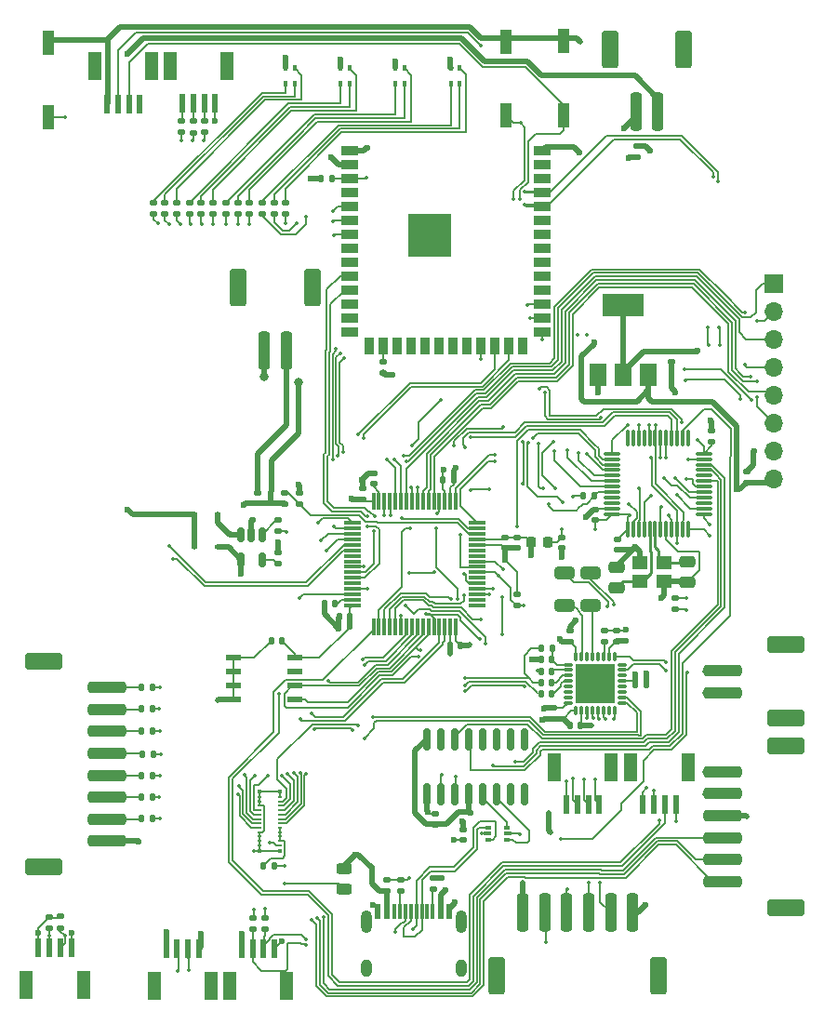
<source format=gtl>
G04 #@! TF.GenerationSoftware,KiCad,Pcbnew,(7.0.0-0)*
G04 #@! TF.CreationDate,2023-05-01T17:43:03-06:00*
G04 #@! TF.ProjectId,EV6 Board Design,45563620-426f-4617-9264-204465736967,rev?*
G04 #@! TF.SameCoordinates,Original*
G04 #@! TF.FileFunction,Copper,L1,Top*
G04 #@! TF.FilePolarity,Positive*
%FSLAX46Y46*%
G04 Gerber Fmt 4.6, Leading zero omitted, Abs format (unit mm)*
G04 Created by KiCad (PCBNEW (7.0.0-0)) date 2023-05-01 17:43:03*
%MOMM*%
%LPD*%
G01*
G04 APERTURE LIST*
G04 Aperture macros list*
%AMRoundRect*
0 Rectangle with rounded corners*
0 $1 Rounding radius*
0 $2 $3 $4 $5 $6 $7 $8 $9 X,Y pos of 4 corners*
0 Add a 4 corners polygon primitive as box body*
4,1,4,$2,$3,$4,$5,$6,$7,$8,$9,$2,$3,0*
0 Add four circle primitives for the rounded corners*
1,1,$1+$1,$2,$3*
1,1,$1+$1,$4,$5*
1,1,$1+$1,$6,$7*
1,1,$1+$1,$8,$9*
0 Add four rect primitives between the rounded corners*
20,1,$1+$1,$2,$3,$4,$5,0*
20,1,$1+$1,$4,$5,$6,$7,0*
20,1,$1+$1,$6,$7,$8,$9,0*
20,1,$1+$1,$8,$9,$2,$3,0*%
G04 Aperture macros list end*
G04 #@! TA.AperFunction,SMDPad,CuDef*
%ADD10RoundRect,0.135000X-0.135000X-0.185000X0.135000X-0.185000X0.135000X0.185000X-0.135000X0.185000X0*%
G04 #@! TD*
G04 #@! TA.AperFunction,SMDPad,CuDef*
%ADD11RoundRect,0.140000X0.140000X0.170000X-0.140000X0.170000X-0.140000X-0.170000X0.140000X-0.170000X0*%
G04 #@! TD*
G04 #@! TA.AperFunction,SMDPad,CuDef*
%ADD12R,1.422400X0.533400*%
G04 #@! TD*
G04 #@! TA.AperFunction,SMDPad,CuDef*
%ADD13RoundRect,0.140000X-0.140000X-0.170000X0.140000X-0.170000X0.140000X0.170000X-0.140000X0.170000X0*%
G04 #@! TD*
G04 #@! TA.AperFunction,SMDPad,CuDef*
%ADD14R,0.600000X0.450000*%
G04 #@! TD*
G04 #@! TA.AperFunction,SMDPad,CuDef*
%ADD15RoundRect,0.075000X0.075000X-0.662500X0.075000X0.662500X-0.075000X0.662500X-0.075000X-0.662500X0*%
G04 #@! TD*
G04 #@! TA.AperFunction,SMDPad,CuDef*
%ADD16RoundRect,0.075000X0.662500X-0.075000X0.662500X0.075000X-0.662500X0.075000X-0.662500X-0.075000X0*%
G04 #@! TD*
G04 #@! TA.AperFunction,SMDPad,CuDef*
%ADD17RoundRect,0.140000X0.170000X-0.140000X0.170000X0.140000X-0.170000X0.140000X-0.170000X-0.140000X0*%
G04 #@! TD*
G04 #@! TA.AperFunction,SMDPad,CuDef*
%ADD18RoundRect,0.250000X-0.475000X0.250000X-0.475000X-0.250000X0.475000X-0.250000X0.475000X0.250000X0*%
G04 #@! TD*
G04 #@! TA.AperFunction,SMDPad,CuDef*
%ADD19RoundRect,0.135000X-0.185000X0.135000X-0.185000X-0.135000X0.185000X-0.135000X0.185000X0.135000X0*%
G04 #@! TD*
G04 #@! TA.AperFunction,SMDPad,CuDef*
%ADD20RoundRect,0.140000X-0.170000X0.140000X-0.170000X-0.140000X0.170000X-0.140000X0.170000X0.140000X0*%
G04 #@! TD*
G04 #@! TA.AperFunction,SMDPad,CuDef*
%ADD21RoundRect,0.250000X1.500000X-0.250000X1.500000X0.250000X-1.500000X0.250000X-1.500000X-0.250000X0*%
G04 #@! TD*
G04 #@! TA.AperFunction,SMDPad,CuDef*
%ADD22RoundRect,0.250001X1.449999X-0.499999X1.449999X0.499999X-1.449999X0.499999X-1.449999X-0.499999X0*%
G04 #@! TD*
G04 #@! TA.AperFunction,SMDPad,CuDef*
%ADD23R,0.400000X0.410000*%
G04 #@! TD*
G04 #@! TA.AperFunction,SMDPad,CuDef*
%ADD24R,0.400000X0.200000*%
G04 #@! TD*
G04 #@! TA.AperFunction,SMDPad,CuDef*
%ADD25RoundRect,0.075000X0.700000X0.075000X-0.700000X0.075000X-0.700000X-0.075000X0.700000X-0.075000X0*%
G04 #@! TD*
G04 #@! TA.AperFunction,SMDPad,CuDef*
%ADD26RoundRect,0.075000X0.075000X0.700000X-0.075000X0.700000X-0.075000X-0.700000X0.075000X-0.700000X0*%
G04 #@! TD*
G04 #@! TA.AperFunction,SMDPad,CuDef*
%ADD27RoundRect,0.135000X0.185000X-0.135000X0.185000X0.135000X-0.185000X0.135000X-0.185000X-0.135000X0*%
G04 #@! TD*
G04 #@! TA.AperFunction,SMDPad,CuDef*
%ADD28R,0.500000X1.700000*%
G04 #@! TD*
G04 #@! TA.AperFunction,SMDPad,CuDef*
%ADD29R,1.200000X2.500000*%
G04 #@! TD*
G04 #@! TA.AperFunction,SMDPad,CuDef*
%ADD30RoundRect,0.218750X-0.218750X-0.256250X0.218750X-0.256250X0.218750X0.256250X-0.218750X0.256250X0*%
G04 #@! TD*
G04 #@! TA.AperFunction,SMDPad,CuDef*
%ADD31RoundRect,0.135000X0.135000X0.185000X-0.135000X0.185000X-0.135000X-0.185000X0.135000X-0.185000X0*%
G04 #@! TD*
G04 #@! TA.AperFunction,ComponentPad*
%ADD32R,1.700000X1.700000*%
G04 #@! TD*
G04 #@! TA.AperFunction,ComponentPad*
%ADD33O,1.700000X1.700000*%
G04 #@! TD*
G04 #@! TA.AperFunction,SMDPad,CuDef*
%ADD34RoundRect,0.250000X0.650000X-0.325000X0.650000X0.325000X-0.650000X0.325000X-0.650000X-0.325000X0*%
G04 #@! TD*
G04 #@! TA.AperFunction,SMDPad,CuDef*
%ADD35RoundRect,0.243750X0.456250X-0.243750X0.456250X0.243750X-0.456250X0.243750X-0.456250X-0.243750X0*%
G04 #@! TD*
G04 #@! TA.AperFunction,SMDPad,CuDef*
%ADD36RoundRect,0.250000X0.250000X1.500000X-0.250000X1.500000X-0.250000X-1.500000X0.250000X-1.500000X0*%
G04 #@! TD*
G04 #@! TA.AperFunction,SMDPad,CuDef*
%ADD37RoundRect,0.250001X0.499999X1.449999X-0.499999X1.449999X-0.499999X-1.449999X0.499999X-1.449999X0*%
G04 #@! TD*
G04 #@! TA.AperFunction,SMDPad,CuDef*
%ADD38R,1.120000X2.160000*%
G04 #@! TD*
G04 #@! TA.AperFunction,SMDPad,CuDef*
%ADD39RoundRect,0.007500X-0.372500X-0.117500X0.372500X-0.117500X0.372500X0.117500X-0.372500X0.117500X0*%
G04 #@! TD*
G04 #@! TA.AperFunction,SMDPad,CuDef*
%ADD40RoundRect,0.007500X0.117500X-0.372500X0.117500X0.372500X-0.117500X0.372500X-0.117500X-0.372500X0*%
G04 #@! TD*
G04 #@! TA.AperFunction,SMDPad,CuDef*
%ADD41R,3.650000X3.650000*%
G04 #@! TD*
G04 #@! TA.AperFunction,SMDPad,CuDef*
%ADD42RoundRect,0.250000X0.475000X-0.250000X0.475000X0.250000X-0.475000X0.250000X-0.475000X-0.250000X0*%
G04 #@! TD*
G04 #@! TA.AperFunction,SMDPad,CuDef*
%ADD43R,0.400000X0.600000*%
G04 #@! TD*
G04 #@! TA.AperFunction,SMDPad,CuDef*
%ADD44RoundRect,0.150000X0.150000X-0.825000X0.150000X0.825000X-0.150000X0.825000X-0.150000X-0.825000X0*%
G04 #@! TD*
G04 #@! TA.AperFunction,SMDPad,CuDef*
%ADD45R,1.500000X2.000000*%
G04 #@! TD*
G04 #@! TA.AperFunction,SMDPad,CuDef*
%ADD46R,3.800000X2.000000*%
G04 #@! TD*
G04 #@! TA.AperFunction,SMDPad,CuDef*
%ADD47R,1.500000X0.900000*%
G04 #@! TD*
G04 #@! TA.AperFunction,SMDPad,CuDef*
%ADD48R,0.900000X1.500000*%
G04 #@! TD*
G04 #@! TA.AperFunction,ComponentPad*
%ADD49C,0.500000*%
G04 #@! TD*
G04 #@! TA.AperFunction,SMDPad,CuDef*
%ADD50R,3.900000X3.900000*%
G04 #@! TD*
G04 #@! TA.AperFunction,SMDPad,CuDef*
%ADD51RoundRect,0.250000X-0.250000X-1.500000X0.250000X-1.500000X0.250000X1.500000X-0.250000X1.500000X0*%
G04 #@! TD*
G04 #@! TA.AperFunction,SMDPad,CuDef*
%ADD52RoundRect,0.250001X-0.499999X-1.449999X0.499999X-1.449999X0.499999X1.449999X-0.499999X1.449999X0*%
G04 #@! TD*
G04 #@! TA.AperFunction,SMDPad,CuDef*
%ADD53RoundRect,0.250000X-1.500000X0.250000X-1.500000X-0.250000X1.500000X-0.250000X1.500000X0.250000X0*%
G04 #@! TD*
G04 #@! TA.AperFunction,SMDPad,CuDef*
%ADD54RoundRect,0.250001X-1.449999X0.499999X-1.449999X-0.499999X1.449999X-0.499999X1.449999X0.499999X0*%
G04 #@! TD*
G04 #@! TA.AperFunction,SMDPad,CuDef*
%ADD55R,0.600000X1.450000*%
G04 #@! TD*
G04 #@! TA.AperFunction,SMDPad,CuDef*
%ADD56R,0.300000X1.450000*%
G04 #@! TD*
G04 #@! TA.AperFunction,ComponentPad*
%ADD57O,1.000000X2.100000*%
G04 #@! TD*
G04 #@! TA.AperFunction,ComponentPad*
%ADD58O,1.000000X1.600000*%
G04 #@! TD*
G04 #@! TA.AperFunction,SMDPad,CuDef*
%ADD59R,0.500000X0.375000*%
G04 #@! TD*
G04 #@! TA.AperFunction,SMDPad,CuDef*
%ADD60R,0.650000X0.300000*%
G04 #@! TD*
G04 #@! TA.AperFunction,SMDPad,CuDef*
%ADD61RoundRect,0.150000X-0.150000X0.512500X-0.150000X-0.512500X0.150000X-0.512500X0.150000X0.512500X0*%
G04 #@! TD*
G04 #@! TA.AperFunction,SMDPad,CuDef*
%ADD62R,1.400000X1.200000*%
G04 #@! TD*
G04 #@! TA.AperFunction,ViaPad*
%ADD63C,0.600000*%
G04 #@! TD*
G04 #@! TA.AperFunction,ViaPad*
%ADD64C,0.350000*%
G04 #@! TD*
G04 #@! TA.AperFunction,ViaPad*
%ADD65C,0.800000*%
G04 #@! TD*
G04 #@! TA.AperFunction,Conductor*
%ADD66C,0.127000*%
G04 #@! TD*
G04 #@! TA.AperFunction,Conductor*
%ADD67C,0.500000*%
G04 #@! TD*
G04 #@! TA.AperFunction,Conductor*
%ADD68C,0.200000*%
G04 #@! TD*
G04 #@! TA.AperFunction,Conductor*
%ADD69C,0.250000*%
G04 #@! TD*
G04 APERTURE END LIST*
D10*
X125577500Y-122725000D03*
X126597500Y-122725000D03*
D11*
X144467500Y-110225000D03*
X143507500Y-110225000D03*
D12*
X133893499Y-113969999D03*
X133893499Y-115239999D03*
X133893499Y-116509999D03*
X133893499Y-117779999D03*
X139481499Y-117779999D03*
X139481499Y-116509999D03*
X139481499Y-115239999D03*
X139481499Y-113969999D03*
D13*
X142157500Y-109025000D03*
X143117500Y-109025000D03*
D14*
X130337499Y-100934999D03*
X132437499Y-100934999D03*
D15*
X169787500Y-102287500D03*
X170287500Y-102287500D03*
X170787500Y-102287500D03*
X171287500Y-102287500D03*
X171787500Y-102287500D03*
X172287500Y-102287500D03*
X172787500Y-102287500D03*
X173287500Y-102287500D03*
X173787500Y-102287500D03*
X174287500Y-102287500D03*
X174787500Y-102287500D03*
X175287500Y-102287500D03*
D16*
X176700000Y-100875000D03*
X176700000Y-100375000D03*
X176700000Y-99875000D03*
X176700000Y-99375000D03*
X176700000Y-98875000D03*
X176700000Y-98375000D03*
X176700000Y-97875000D03*
X176700000Y-97375000D03*
X176700000Y-96875000D03*
X176700000Y-96375000D03*
X176700000Y-95875000D03*
X176700000Y-95375000D03*
D15*
X175287500Y-93962500D03*
X174787500Y-93962500D03*
X174287500Y-93962500D03*
X173787500Y-93962500D03*
X173287500Y-93962500D03*
X172787500Y-93962500D03*
X172287500Y-93962500D03*
X171787500Y-93962500D03*
X171287500Y-93962500D03*
X170787500Y-93962500D03*
X170287500Y-93962500D03*
X169787500Y-93962500D03*
D16*
X168375000Y-95375000D03*
X168375000Y-95875000D03*
X168375000Y-96375000D03*
X168375000Y-96875000D03*
X168375000Y-97375000D03*
X168375000Y-97875000D03*
X168375000Y-98375000D03*
X168375000Y-98875000D03*
X168375000Y-99375000D03*
X168375000Y-99875000D03*
X168375000Y-100375000D03*
X168375000Y-100875000D03*
D11*
X138287500Y-112435000D03*
X137327500Y-112435000D03*
D17*
X145637500Y-99505000D03*
X145637500Y-98545000D03*
D18*
X168737500Y-105725000D03*
X168737500Y-107625000D03*
D17*
X168737500Y-112455000D03*
X168737500Y-111495000D03*
D19*
X149137500Y-134165000D03*
X149137500Y-135185000D03*
D20*
X173777500Y-86055000D03*
X173777500Y-87015000D03*
D17*
X136087500Y-99885000D03*
X136087500Y-98925000D03*
D19*
X138587500Y-98925000D03*
X138587500Y-99945000D03*
D21*
X178437500Y-134325000D03*
X178437500Y-132325000D03*
X178437500Y-130325000D03*
X178437500Y-128325000D03*
X178437500Y-126325000D03*
X178437500Y-124325000D03*
D22*
X184187500Y-136675000D03*
X184187500Y-121975000D03*
D23*
X136227499Y-131539999D03*
D24*
X136227499Y-131034999D03*
X136227499Y-130634999D03*
X136227499Y-130232923D03*
X136227499Y-129834999D03*
X136227499Y-129434999D03*
X136227499Y-129034999D03*
X136227499Y-128634999D03*
X136227499Y-128234999D03*
X136227499Y-127834999D03*
X136227499Y-127434999D03*
X136227499Y-127034999D03*
X136227499Y-126634999D03*
D23*
X136227499Y-126129999D03*
X138107499Y-126129999D03*
D24*
X138107499Y-126634999D03*
X138107499Y-127034999D03*
X138107499Y-127434999D03*
X138107499Y-127834999D03*
X138107499Y-128234999D03*
X138107499Y-128634999D03*
X138107499Y-129034999D03*
X138107499Y-129434999D03*
X138107499Y-129834999D03*
X138107499Y-130232923D03*
X138107499Y-130634999D03*
X138107499Y-131034999D03*
D23*
X138107499Y-131539999D03*
D25*
X156062500Y-109175000D03*
X156062500Y-108675000D03*
X156062500Y-108175000D03*
X156062500Y-107675000D03*
X156062500Y-107175000D03*
X156062500Y-106675000D03*
X156062500Y-106175000D03*
X156062500Y-105675000D03*
X156062500Y-105175000D03*
X156062500Y-104675000D03*
X156062500Y-104175000D03*
X156062500Y-103675000D03*
X156062500Y-103175000D03*
X156062500Y-102675000D03*
X156062500Y-102175000D03*
X156062500Y-101675000D03*
D26*
X154137500Y-99750000D03*
X153637500Y-99750000D03*
X153137500Y-99750000D03*
X152637500Y-99750000D03*
X152137500Y-99750000D03*
X151637500Y-99750000D03*
X151137500Y-99750000D03*
X150637500Y-99750000D03*
X150137500Y-99750000D03*
X149637500Y-99750000D03*
X149137500Y-99750000D03*
X148637500Y-99750000D03*
X148137500Y-99750000D03*
X147637500Y-99750000D03*
X147137500Y-99750000D03*
X146637500Y-99750000D03*
D25*
X144712500Y-101675000D03*
X144712500Y-102175000D03*
X144712500Y-102675000D03*
X144712500Y-103175000D03*
X144712500Y-103675000D03*
X144712500Y-104175000D03*
X144712500Y-104675000D03*
X144712500Y-105175000D03*
X144712500Y-105675000D03*
X144712500Y-106175000D03*
X144712500Y-106675000D03*
X144712500Y-107175000D03*
X144712500Y-107675000D03*
X144712500Y-108175000D03*
X144712500Y-108675000D03*
X144712500Y-109175000D03*
D26*
X146637500Y-111100000D03*
X147137500Y-111100000D03*
X147637500Y-111100000D03*
X148137500Y-111100000D03*
X148637500Y-111100000D03*
X149137500Y-111100000D03*
X149637500Y-111100000D03*
X150137500Y-111100000D03*
X150637500Y-111100000D03*
X151137500Y-111100000D03*
X151637500Y-111100000D03*
X152137500Y-111100000D03*
X152637500Y-111100000D03*
X153137500Y-111100000D03*
X153637500Y-111100000D03*
X154137500Y-111100000D03*
D27*
X159677500Y-109235000D03*
X159677500Y-108215000D03*
D17*
X163037500Y-119505000D03*
X163037500Y-118545000D03*
D28*
X125367499Y-63524999D03*
X124367499Y-63524999D03*
X123367499Y-63524999D03*
X122367499Y-63524999D03*
D29*
X126467499Y-60124999D03*
X121267499Y-60124999D03*
D30*
X160950000Y-103425000D03*
X162525000Y-103425000D03*
D27*
X137587500Y-73535000D03*
X137587500Y-72515000D03*
D19*
X128687500Y-72515000D03*
X128687500Y-73535000D03*
D17*
X180587500Y-98005000D03*
X180587500Y-97045000D03*
D10*
X125477500Y-124725000D03*
X126497500Y-124725000D03*
D31*
X142907500Y-70325000D03*
X141887500Y-70325000D03*
D19*
X139937500Y-98915000D03*
X139937500Y-99935000D03*
X118107500Y-137515000D03*
X118107500Y-138535000D03*
D17*
X154787500Y-130555000D03*
X154787500Y-129595000D03*
D32*
X183087499Y-79884999D03*
D33*
X183087499Y-82424999D03*
X183087499Y-84964999D03*
X183087499Y-87504999D03*
X183087499Y-90044999D03*
X183087499Y-92584999D03*
X183087499Y-95124999D03*
X183087499Y-97664999D03*
D20*
X158587500Y-102995000D03*
X158587500Y-103955000D03*
D19*
X133237500Y-72515000D03*
X133237500Y-73535000D03*
X134287500Y-72515000D03*
X134287500Y-73535000D03*
D20*
X146687500Y-97145000D03*
X146687500Y-98105000D03*
D19*
X135337500Y-72515000D03*
X135337500Y-73535000D03*
D28*
X132237499Y-63504999D03*
X131237499Y-63504999D03*
X130237499Y-63504999D03*
X129237499Y-63504999D03*
D29*
X133337499Y-60104999D03*
X128137499Y-60104999D03*
D27*
X138637500Y-73535000D03*
X138637500Y-72515000D03*
D21*
X178437500Y-117125000D03*
X178437500Y-115125000D03*
D22*
X184187500Y-119475000D03*
X184187500Y-112775000D03*
D19*
X129147500Y-65115000D03*
X129147500Y-66135000D03*
D34*
X166437500Y-109180000D03*
X166437500Y-106230000D03*
D13*
X161907500Y-117275000D03*
X162867500Y-117275000D03*
D20*
X163787500Y-102995000D03*
X163787500Y-103955000D03*
D27*
X130937500Y-73535000D03*
X130937500Y-72515000D03*
D10*
X165727500Y-99205000D03*
X166747500Y-99205000D03*
D27*
X174137500Y-109575000D03*
X174137500Y-108555000D03*
D11*
X154567500Y-112825000D03*
X153607500Y-112825000D03*
D28*
X174167499Y-127314999D03*
X173167499Y-127314999D03*
X172167499Y-127314999D03*
X171167499Y-127314999D03*
D29*
X175267499Y-123914999D03*
X170067499Y-123914999D03*
D19*
X137937500Y-104365000D03*
X137937500Y-105385000D03*
D27*
X136537500Y-73535000D03*
X136537500Y-72515000D03*
D19*
X152087500Y-134015000D03*
X152087500Y-135035000D03*
D17*
X177437500Y-94255000D03*
X177437500Y-93295000D03*
X147887500Y-135155000D03*
X147887500Y-134195000D03*
D27*
X147487500Y-88035000D03*
X147487500Y-87015000D03*
D14*
X130337499Y-103864999D03*
X132437499Y-103864999D03*
D19*
X135627500Y-137625000D03*
X135627500Y-138645000D03*
D35*
X143997500Y-135002500D03*
X143997500Y-133127500D03*
D36*
X172537500Y-64275000D03*
X170537500Y-64275000D03*
D37*
X174887500Y-58525000D03*
X168187500Y-58525000D03*
D13*
X164507500Y-120075000D03*
X165467500Y-120075000D03*
D38*
X158687499Y-64589999D03*
X158687499Y-57859999D03*
D19*
X126637500Y-72515000D03*
X126637500Y-73535000D03*
D39*
X164365000Y-114575000D03*
X164365000Y-115075000D03*
X164365000Y-115575000D03*
X164365000Y-116075000D03*
X164365000Y-116575000D03*
X164365000Y-117075000D03*
X164365000Y-117575000D03*
X164365000Y-118075000D03*
D40*
X165090000Y-118800000D03*
X165590000Y-118800000D03*
X166090000Y-118800000D03*
X166590000Y-118800000D03*
X167090000Y-118800000D03*
X167590000Y-118800000D03*
X168090000Y-118800000D03*
X168590000Y-118800000D03*
D39*
X169315000Y-118075000D03*
X169315000Y-117575000D03*
X169315000Y-117075000D03*
X169315000Y-116575000D03*
X169315000Y-116075000D03*
X169315000Y-115575000D03*
X169315000Y-115075000D03*
X169315000Y-114575000D03*
D40*
X168590000Y-113850000D03*
X168090000Y-113850000D03*
X167590000Y-113850000D03*
X167090000Y-113850000D03*
X166590000Y-113850000D03*
X166090000Y-113850000D03*
X165590000Y-113850000D03*
X165090000Y-113850000D03*
D41*
X166839999Y-116324999D03*
D42*
X175187500Y-107075000D03*
X175187500Y-105175000D03*
D31*
X162897500Y-113075000D03*
X161877500Y-113075000D03*
D19*
X127662500Y-72515000D03*
X127662500Y-73535000D03*
D34*
X164007500Y-109180000D03*
X164007500Y-106230000D03*
D10*
X125477500Y-116675000D03*
X126497500Y-116675000D03*
D43*
X153662499Y-61694999D03*
X153662499Y-60294999D03*
X154462499Y-60294999D03*
X154462499Y-61694999D03*
D19*
X137987500Y-101435000D03*
X137987500Y-102455000D03*
X130217500Y-65125000D03*
X130217500Y-66145000D03*
D38*
X117067499Y-64739999D03*
X117067499Y-58009999D03*
D44*
X151492500Y-126370000D03*
X152762500Y-126370000D03*
X154032500Y-126370000D03*
X155302500Y-126370000D03*
X156572500Y-126370000D03*
X157842500Y-126370000D03*
X159112500Y-126370000D03*
X160382500Y-126370000D03*
X160382500Y-121420000D03*
X159112500Y-121420000D03*
X157842500Y-121420000D03*
X156572500Y-121420000D03*
X155302500Y-121420000D03*
X154032500Y-121420000D03*
X152762500Y-121420000D03*
X151492500Y-121420000D03*
D27*
X131987500Y-73535000D03*
X131987500Y-72515000D03*
D28*
X134637499Y-140394999D03*
X135637499Y-140394999D03*
X136637499Y-140394999D03*
X137637499Y-140394999D03*
D29*
X133537499Y-143794999D03*
X138737499Y-143794999D03*
D31*
X137627500Y-132905000D03*
X136607500Y-132905000D03*
D38*
X163937499Y-64539999D03*
X163937499Y-57809999D03*
D10*
X125477500Y-120625000D03*
X126497500Y-120625000D03*
D13*
X161907500Y-116225000D03*
X162867500Y-116225000D03*
X170497500Y-116405000D03*
X171457500Y-116405000D03*
D28*
X127757499Y-140424999D03*
X128757499Y-140424999D03*
X129757499Y-140424999D03*
X130757499Y-140424999D03*
D29*
X126657499Y-143824999D03*
X131857499Y-143824999D03*
D45*
X167087499Y-88184999D03*
X169387499Y-88184999D03*
D46*
X169387499Y-81884999D03*
D45*
X171687499Y-88184999D03*
D43*
X138662499Y-61694999D03*
X138662499Y-60294999D03*
X139462499Y-60294999D03*
X139462499Y-61694999D03*
D47*
X144487499Y-67789999D03*
X144487499Y-69059999D03*
X144487499Y-70329999D03*
X144487499Y-71599999D03*
X144487499Y-72869999D03*
X144487499Y-74139999D03*
X144487499Y-75409999D03*
X144487499Y-76679999D03*
X144487499Y-77949999D03*
X144487499Y-79219999D03*
X144487499Y-80489999D03*
X144487499Y-81759999D03*
X144487499Y-83029999D03*
X144487499Y-84299999D03*
D48*
X146252499Y-85549999D03*
X147522499Y-85549999D03*
X148792499Y-85549999D03*
X150062499Y-85549999D03*
X151332499Y-85549999D03*
X152602499Y-85549999D03*
X153872499Y-85549999D03*
X155142499Y-85549999D03*
X156412499Y-85549999D03*
X157682499Y-85549999D03*
X158952499Y-85549999D03*
X160222499Y-85549999D03*
D47*
X161987499Y-84299999D03*
X161987499Y-83029999D03*
X161987499Y-81759999D03*
X161987499Y-80489999D03*
X161987499Y-79219999D03*
X161987499Y-77949999D03*
X161987499Y-76679999D03*
X161987499Y-75409999D03*
X161987499Y-74139999D03*
X161987499Y-72869999D03*
X161987499Y-71599999D03*
X161987499Y-70329999D03*
X161987499Y-69059999D03*
X161987499Y-67789999D03*
D49*
X150337500Y-74810000D03*
X150337500Y-76210000D03*
X151037500Y-74110000D03*
X151037500Y-75510000D03*
X151037500Y-76910000D03*
X151737500Y-74810000D03*
D50*
X151737499Y-75509999D03*
D49*
X151737500Y-76210000D03*
X152437500Y-74110000D03*
X152437500Y-75510000D03*
X152437500Y-76910000D03*
X153137500Y-74810000D03*
X153137500Y-76210000D03*
D13*
X161907500Y-115175000D03*
X162867500Y-115175000D03*
D20*
X164537500Y-111495000D03*
X164537500Y-112455000D03*
D51*
X160237500Y-137175000D03*
X162237500Y-137175000D03*
X164237500Y-137175000D03*
X166237500Y-137175000D03*
X168237500Y-137175000D03*
X170237500Y-137175000D03*
D52*
X157887500Y-142925000D03*
X172587500Y-142925000D03*
D17*
X152297500Y-129135000D03*
X152297500Y-128175000D03*
D53*
X122407500Y-116655000D03*
X122407500Y-118655000D03*
X122407500Y-120655000D03*
X122407500Y-122655000D03*
X122407500Y-124655000D03*
X122407500Y-126655000D03*
X122407500Y-128655000D03*
X122407500Y-130655000D03*
D54*
X116657500Y-114305000D03*
X116657500Y-133005000D03*
D20*
X167687500Y-111495000D03*
X167687500Y-112455000D03*
D28*
X167207499Y-127284999D03*
X166207499Y-127284999D03*
X165207499Y-127284999D03*
X164207499Y-127284999D03*
D29*
X168307499Y-123884999D03*
X163107499Y-123884999D03*
D20*
X159687500Y-102995000D03*
X159687500Y-103955000D03*
X168847500Y-103185000D03*
X168847500Y-104145000D03*
D36*
X138697500Y-85955000D03*
X136697500Y-85955000D03*
D37*
X141047500Y-80205000D03*
X134347500Y-80205000D03*
D55*
X147037499Y-137079999D03*
X147837499Y-137079999D03*
D56*
X149037499Y-137079999D03*
X150037499Y-137079999D03*
X150537499Y-137079999D03*
X151537499Y-137079999D03*
D55*
X152737499Y-137079999D03*
X153537499Y-137079999D03*
X153537499Y-137079999D03*
X152737499Y-137079999D03*
D56*
X152037499Y-137079999D03*
X151037499Y-137079999D03*
X149537499Y-137079999D03*
X148537499Y-137079999D03*
D55*
X147837499Y-137079999D03*
X147037499Y-137079999D03*
D57*
X145967499Y-137994999D03*
D58*
X145967499Y-142174999D03*
D57*
X154607499Y-137994999D03*
D58*
X154607499Y-142174999D03*
D43*
X143662499Y-61694999D03*
X143662499Y-60294999D03*
X144462499Y-60294999D03*
X144462499Y-61694999D03*
D10*
X125477500Y-128575000D03*
X126497500Y-128575000D03*
X125477500Y-118625000D03*
X126497500Y-118625000D03*
D13*
X152957500Y-97775000D03*
X153917500Y-97775000D03*
D43*
X148662499Y-61694999D03*
X148662499Y-60294999D03*
X149462499Y-60294999D03*
X149462499Y-61694999D03*
D59*
X157087499Y-129437499D03*
D60*
X157012499Y-129974999D03*
D59*
X157087499Y-130512499D03*
X158787499Y-130512499D03*
D60*
X158862499Y-129974999D03*
D59*
X158787499Y-129437499D03*
D19*
X131307500Y-65115000D03*
X131307500Y-66135000D03*
X170597500Y-67385000D03*
X170597500Y-68405000D03*
D10*
X125477500Y-126675000D03*
X126497500Y-126675000D03*
D28*
X116127499Y-140374999D03*
X117127499Y-140374999D03*
X118127499Y-140374999D03*
X119127499Y-140374999D03*
D29*
X115027499Y-143774999D03*
X120227499Y-143774999D03*
D19*
X117097500Y-137525000D03*
X117097500Y-138545000D03*
D61*
X136487500Y-102737500D03*
X135537500Y-102737500D03*
X134587500Y-102737500D03*
X134587500Y-105012500D03*
X136487500Y-105012500D03*
D11*
X162867500Y-114125000D03*
X161907500Y-114125000D03*
D19*
X136737500Y-137665000D03*
X136737500Y-138685000D03*
D17*
X166837500Y-101405000D03*
X166837500Y-100445000D03*
D27*
X129887500Y-73535000D03*
X129887500Y-72515000D03*
D62*
X170887499Y-106974999D03*
X173087499Y-106974999D03*
X173087499Y-105274999D03*
X170887499Y-105274999D03*
D63*
X169637500Y-112375000D03*
X163612500Y-112250000D03*
X170487500Y-115435000D03*
X160987500Y-104625000D03*
D64*
X163787500Y-102225000D03*
X155387500Y-112775000D03*
D63*
X127837500Y-138935000D03*
D64*
X173517413Y-100968530D03*
X162577500Y-128065000D03*
D63*
X142777500Y-68375000D03*
X162137500Y-118575000D03*
X155492500Y-128050000D03*
X148637500Y-59665000D03*
D64*
X166446962Y-120075538D03*
X162737500Y-129874500D03*
X175117500Y-109595000D03*
X160237500Y-134425000D03*
D63*
X138627500Y-59345000D03*
D64*
X135727878Y-136838556D03*
D63*
X134637500Y-139115000D03*
X176137500Y-86025000D03*
X132187500Y-65055000D03*
X116087500Y-139005000D03*
X143637500Y-59465000D03*
X144437500Y-111175000D03*
X153637500Y-59505000D03*
D64*
X176137500Y-94125000D03*
X166837500Y-102275000D03*
D63*
X144637500Y-99445000D03*
D64*
X169937500Y-100975000D03*
D63*
X153037500Y-96875000D03*
D64*
X136757500Y-136799500D03*
D63*
X153197500Y-135115000D03*
X146472500Y-133110000D03*
X144963188Y-131899312D03*
D64*
X159987500Y-130025000D03*
D63*
X134587500Y-106325000D03*
X174147500Y-89795000D03*
D64*
X149921225Y-133974500D03*
D63*
X154737500Y-128835000D03*
X169649706Y-111417206D03*
D64*
X164777500Y-99265000D03*
D63*
X146617500Y-136495000D03*
X130887500Y-139055000D03*
X139797500Y-98175000D03*
X162027997Y-119574503D03*
X151570500Y-127985023D03*
X170487500Y-103875000D03*
X148387500Y-88165000D03*
X125287500Y-130705000D03*
X137937500Y-103475000D03*
X181267500Y-95125000D03*
D64*
X132487500Y-117825000D03*
D63*
X171457500Y-115335000D03*
X171427500Y-136495000D03*
X154137500Y-96675000D03*
X138272313Y-139748000D03*
X140937500Y-70375000D03*
D64*
X156525500Y-129975000D03*
D63*
X163787500Y-104825000D03*
D64*
X135772500Y-131540000D03*
D63*
X143444111Y-111285377D03*
X119157500Y-138985000D03*
X158587500Y-105025000D03*
D64*
X153587500Y-113625000D03*
D63*
X167087500Y-89785000D03*
X165938378Y-101141541D03*
X165392500Y-67980000D03*
X145587500Y-97725000D03*
X136087500Y-98145000D03*
X146047000Y-67525500D03*
X154037500Y-136245000D03*
X161087500Y-114095000D03*
X135637500Y-101375000D03*
D64*
X165437500Y-57875000D03*
X175288000Y-95875000D03*
D63*
X177363000Y-92375000D03*
X120127500Y-57725000D03*
X172837500Y-108525000D03*
X152887500Y-134038000D03*
X165077500Y-110575000D03*
D64*
X180587500Y-128375000D03*
D63*
X134852500Y-100060000D03*
D65*
X139790000Y-88910000D03*
D63*
X133527500Y-102715000D03*
D65*
X136697500Y-88372500D03*
D63*
X166700500Y-85212000D03*
X153957500Y-130555000D03*
X169837500Y-68435000D03*
X179717500Y-98645000D03*
D64*
X140462000Y-139565000D03*
X150887500Y-113275000D03*
X145807500Y-121315000D03*
X140462000Y-140114503D03*
X146567500Y-119355000D03*
X150748062Y-113863104D03*
X150243688Y-138631188D03*
X148637500Y-138875000D03*
X166098551Y-119450538D03*
X158367500Y-111789047D03*
X160209500Y-98130504D03*
X173303503Y-95773500D03*
X158386000Y-108445000D03*
X154917903Y-106316217D03*
X160211225Y-94316851D03*
X117087500Y-139215000D03*
X145262000Y-93633000D03*
X118545720Y-139269041D03*
X145764630Y-93960000D03*
X162297500Y-139885000D03*
X162567500Y-99978000D03*
X172817500Y-100255000D03*
X175197500Y-115265000D03*
X175117500Y-108505000D03*
X163717500Y-130475000D03*
X164247500Y-135035000D03*
X154987500Y-116995000D03*
X142087500Y-137595000D03*
X160357787Y-116584713D03*
X161612000Y-115115000D03*
X166032500Y-95370000D03*
X164167500Y-125225000D03*
X146017500Y-70285000D03*
X160315831Y-109235000D03*
X171497500Y-125815000D03*
X159737500Y-101975000D03*
X158041063Y-106471500D03*
X140997500Y-137795000D03*
X154994000Y-115795000D03*
X133237500Y-74475000D03*
X173087464Y-97575036D03*
X149617500Y-96085000D03*
X149956301Y-102126199D03*
X181527500Y-83275000D03*
X181527500Y-88755000D03*
X134287500Y-74475000D03*
X174086897Y-97586821D03*
D63*
X124217500Y-59025000D03*
X124217500Y-100445000D03*
D64*
X135337500Y-74475000D03*
X175105761Y-97640885D03*
X141257670Y-120440000D03*
X136984500Y-124725000D03*
X144750170Y-120556671D03*
X157182500Y-108170000D03*
X157507500Y-107675000D03*
X145220073Y-120086769D03*
X149423831Y-95570758D03*
X180447500Y-87305000D03*
X180437109Y-82512104D03*
X149197500Y-101237000D03*
X181562911Y-90264103D03*
X180997500Y-88327000D03*
X148176888Y-100966212D03*
X128847500Y-142445000D03*
X147627500Y-100955000D03*
X129857500Y-142395000D03*
X160427500Y-71545000D03*
X166806292Y-125004969D03*
X177108052Y-83865411D03*
X164311000Y-95071500D03*
X177997500Y-70610763D03*
X177168812Y-85505351D03*
X148517213Y-95895287D03*
X165806790Y-125005604D03*
X178107500Y-83855000D03*
X163104250Y-95111750D03*
X178167500Y-85465000D03*
X160407500Y-72715000D03*
X177559500Y-70172763D03*
X147897500Y-95895000D03*
X139982126Y-124433384D03*
X134338500Y-126410414D03*
X141637500Y-101625000D03*
X134865765Y-124640620D03*
X143037500Y-101975000D03*
X141879176Y-103286775D03*
X138310500Y-124722000D03*
X154994000Y-116435000D03*
X141543070Y-137669494D03*
X142337500Y-104175000D03*
X139362700Y-124433384D03*
X145686060Y-114074350D03*
X140522320Y-124534102D03*
X137217500Y-130825000D03*
X145870428Y-114592000D03*
X158478724Y-92977000D03*
X153996664Y-94648319D03*
X174277128Y-99155912D03*
X127040914Y-74428046D03*
X154987083Y-94782756D03*
X128038192Y-74494691D03*
X138579500Y-134479500D03*
X138697500Y-102485000D03*
X155442568Y-93879932D03*
X129037500Y-74475000D03*
X176762000Y-117195000D03*
X173237500Y-115105000D03*
X176762000Y-115175000D03*
X173247500Y-114395000D03*
X168533334Y-109146500D03*
X176762000Y-124375000D03*
X167947500Y-109255000D03*
X176762000Y-126375000D03*
X142569000Y-116072000D03*
X138819159Y-124514108D03*
X141037500Y-119012000D03*
X135864500Y-124679767D03*
D63*
X169487500Y-65725000D03*
X171817500Y-67835000D03*
D64*
X169896738Y-99976329D03*
X118582500Y-64740000D03*
X125387500Y-64165000D03*
X163827500Y-99805000D03*
X160756530Y-94384622D03*
X163227500Y-98525000D03*
X170827500Y-98525000D03*
X159967500Y-72195000D03*
X162995438Y-94282938D03*
X162085063Y-98525000D03*
X161632500Y-94440000D03*
X171877500Y-99215000D03*
X159418141Y-72182458D03*
X156437500Y-58245000D03*
X160017500Y-65285000D03*
X139992500Y-119564000D03*
X134430500Y-125606470D03*
X146117500Y-107705000D03*
X138547500Y-132885000D03*
X149565500Y-109160000D03*
X172754000Y-95773500D03*
X171878000Y-95773500D03*
X156849401Y-112665547D03*
X174303023Y-103519477D03*
X145767500Y-105675000D03*
X151377500Y-109966000D03*
X150168437Y-94614063D03*
X172127500Y-126065000D03*
X156357500Y-112245000D03*
X152737500Y-90475500D03*
X161194164Y-93940782D03*
X138637500Y-74425000D03*
X143037500Y-75525000D03*
X139637003Y-74425000D03*
X142937500Y-74225000D03*
X140487500Y-73762000D03*
X142927500Y-73335000D03*
X127167500Y-116685000D03*
X150637500Y-98425000D03*
X149137500Y-110115000D03*
X132036009Y-74475000D03*
X149892500Y-106205000D03*
X131191563Y-66900500D03*
X152188000Y-106140000D03*
X156427500Y-86725000D03*
X174725500Y-92515962D03*
X172306596Y-92743881D03*
X161738609Y-89452000D03*
X131036506Y-74475000D03*
X154537500Y-102775000D03*
X130187500Y-66895000D03*
X165199500Y-84515000D03*
X165310500Y-95298000D03*
X161967500Y-84985000D03*
X164807500Y-124985000D03*
X166075500Y-84555000D03*
X155449604Y-98675000D03*
X130037003Y-74475000D03*
X129137500Y-66900500D03*
X158405228Y-105917272D03*
X157151523Y-98610977D03*
X150087997Y-98425000D03*
X127157500Y-118615000D03*
X127177500Y-120635000D03*
X128044000Y-103785000D03*
X127287500Y-122735000D03*
X128371000Y-104945000D03*
X127197500Y-128565000D03*
X162238000Y-89779000D03*
X142911435Y-95887000D03*
X167351562Y-92109062D03*
X171757500Y-92765000D03*
X143209283Y-85868990D03*
X143867500Y-95233000D03*
X160877500Y-83075000D03*
X127197500Y-124725000D03*
X143986397Y-86646104D03*
X160687500Y-81825000D03*
X127157500Y-126675000D03*
X143597840Y-86257547D03*
X143366397Y-95560000D03*
X157717500Y-96045000D03*
X177267500Y-102855000D03*
X175007500Y-88685000D03*
X180057500Y-90415000D03*
X170807500Y-92787000D03*
X166237500Y-134405000D03*
X174985294Y-87685745D03*
X181055237Y-90474389D03*
X167267500Y-134405000D03*
X169778144Y-92755644D03*
X157717500Y-95495497D03*
X177257500Y-101805000D03*
X154337500Y-108616000D03*
X167192939Y-119538388D03*
X152377500Y-102175000D03*
X152413000Y-100852306D03*
X172677500Y-128795000D03*
X139867500Y-108555000D03*
X138012213Y-117239713D03*
X174157500Y-128825000D03*
X146717500Y-102445000D03*
X146727500Y-101095000D03*
X146107500Y-101993000D03*
X146078213Y-101086287D03*
X153662000Y-108616000D03*
X166647709Y-119469995D03*
X168527500Y-119515000D03*
X154913000Y-108297000D03*
X167741086Y-119499818D03*
X156399308Y-110443192D03*
X152817500Y-124635000D03*
X159527500Y-123417000D03*
X154097500Y-124765000D03*
X157486000Y-123757000D03*
D66*
X168737500Y-112405000D02*
X168090000Y-113052500D01*
D67*
X163817500Y-112455000D02*
X164537500Y-112455000D01*
X160987500Y-103462500D02*
X160950000Y-103425000D01*
D68*
X159687500Y-102995000D02*
X160520000Y-102995000D01*
D67*
X169607500Y-112405000D02*
X169637500Y-112375000D01*
X163607500Y-112245000D02*
X163612500Y-112250000D01*
D68*
X156062500Y-103175000D02*
X158407500Y-103175000D01*
X158587500Y-102995000D02*
X159687500Y-102995000D01*
D66*
X169315000Y-116075000D02*
X170457500Y-116075000D01*
X170457500Y-116075000D02*
X170507500Y-116125000D01*
D67*
X160987500Y-104625000D02*
X160987500Y-103462500D01*
D68*
X160520000Y-102995000D02*
X160950000Y-103425000D01*
D66*
X168090000Y-113052500D02*
X168090000Y-113850000D01*
X165090000Y-113850000D02*
X165090000Y-113007500D01*
X165090000Y-113007500D02*
X164537500Y-112455000D01*
D67*
X168737500Y-112405000D02*
X169607500Y-112405000D01*
X170497500Y-116405000D02*
X170507500Y-116395000D01*
D68*
X158407500Y-103175000D02*
X158587500Y-102995000D01*
D67*
X163612500Y-112250000D02*
X163817500Y-112455000D01*
X170487500Y-115435000D02*
X170487500Y-116395000D01*
X170507500Y-116395000D02*
X170507500Y-116125000D01*
X170487500Y-116395000D02*
X170497500Y-116405000D01*
D66*
X163895000Y-118545000D02*
X164365000Y-118075000D01*
D67*
X127837500Y-138935000D02*
X127837500Y-140345000D01*
X155492500Y-128050000D02*
X155417000Y-127974500D01*
X176117500Y-86055000D02*
X176137500Y-86075000D01*
D68*
X168375000Y-100875000D02*
X169837500Y-100875000D01*
X168937500Y-103195000D02*
X168937500Y-103137500D01*
D67*
X155417000Y-127974500D02*
X154385418Y-127974500D01*
D66*
X135727878Y-136838556D02*
X135727878Y-137524622D01*
D67*
X173777500Y-86055000D02*
X176117500Y-86055000D01*
D66*
X174137500Y-109575000D02*
X175097500Y-109575000D01*
D68*
X152957500Y-96955000D02*
X153037500Y-96875000D01*
D67*
X145637500Y-99505000D02*
X144667500Y-99505000D01*
X165468038Y-120075538D02*
X165467500Y-120075000D01*
D68*
X152957500Y-97775000D02*
X152957500Y-98595000D01*
D66*
X139481500Y-113629000D02*
X138287500Y-112435000D01*
D67*
X154567500Y-112825000D02*
X155337500Y-112825000D01*
D68*
X177437500Y-94637500D02*
X176700000Y-95375000D01*
D67*
X171267500Y-86055000D02*
X173777500Y-86055000D01*
D68*
X168937500Y-103137500D02*
X169787500Y-102287500D01*
D67*
X153304918Y-129055000D02*
X151427500Y-129055000D01*
X166446962Y-120075538D02*
X165468038Y-120075538D01*
D68*
X152957500Y-97775000D02*
X152957500Y-96955000D01*
D66*
X116127500Y-139045000D02*
X116127500Y-140375000D01*
D67*
X162577500Y-128065000D02*
X162577500Y-129714500D01*
D68*
X169787500Y-101125000D02*
X169937500Y-100975000D01*
D67*
X138627500Y-60260000D02*
X138662500Y-60295000D01*
D68*
X167845000Y-101405000D02*
X168375000Y-100875000D01*
X166837500Y-101405000D02*
X167845000Y-101405000D01*
X152957500Y-98595000D02*
X153137500Y-98775000D01*
D67*
X162577500Y-129714500D02*
X162737500Y-129874500D01*
D66*
X165590000Y-119952500D02*
X165467500Y-120075000D01*
D67*
X143472500Y-69060000D02*
X142787500Y-68375000D01*
X150437500Y-122385000D02*
X151382500Y-121440000D01*
D66*
X165590000Y-118800000D02*
X165590000Y-119952500D01*
X135727878Y-137524622D02*
X135627500Y-137625000D01*
X144437500Y-111230319D02*
X144437500Y-111175000D01*
X163037500Y-118545000D02*
X163895000Y-118545000D01*
D68*
X166837500Y-102275000D02*
X166837500Y-101405000D01*
X144467500Y-109420000D02*
X144712500Y-109175000D01*
D67*
X153637500Y-59505000D02*
X153637500Y-60270000D01*
X155302500Y-126590000D02*
X155302500Y-127860000D01*
X154385418Y-127974500D02*
X153304918Y-129055000D01*
D66*
X116087500Y-139005000D02*
X116127500Y-139045000D01*
D68*
X169837500Y-100875000D02*
X169937500Y-100975000D01*
X173517413Y-101104913D02*
X173787500Y-101375000D01*
D67*
X169387500Y-88185000D02*
X169387500Y-87935000D01*
D68*
X154137500Y-111100000D02*
X154137500Y-112395000D01*
D67*
X169387500Y-81885000D02*
X169387500Y-88185000D01*
X155507500Y-128065000D02*
X155492500Y-128050000D01*
D68*
X163357500Y-103425000D02*
X163787500Y-102995000D01*
D66*
X116087500Y-138535000D02*
X116087500Y-139005000D01*
D67*
X151382500Y-121440000D02*
X151492500Y-121440000D01*
D66*
X136757500Y-136799500D02*
X136757500Y-137645000D01*
D67*
X163037500Y-118545000D02*
X162167500Y-118545000D01*
X162167500Y-118545000D02*
X162137500Y-118575000D01*
X144467500Y-110225000D02*
X144467500Y-111145000D01*
D66*
X139481500Y-113970000D02*
X139481500Y-113629000D01*
D68*
X162525000Y-103425000D02*
X163357500Y-103425000D01*
D66*
X136757500Y-137645000D02*
X136737500Y-137665000D01*
X132237500Y-65005000D02*
X132187500Y-65055000D01*
D67*
X143647500Y-60280000D02*
X143662500Y-60295000D01*
D66*
X117097500Y-137525000D02*
X116087500Y-138535000D01*
D68*
X176700000Y-94687500D02*
X176137500Y-94125000D01*
D66*
X141697819Y-113970000D02*
X144437500Y-111230319D01*
X175097500Y-109575000D02*
X175117500Y-109595000D01*
D68*
X176700000Y-95375000D02*
X176700000Y-94687500D01*
D67*
X144667500Y-99505000D02*
X144637500Y-99475000D01*
D68*
X169787500Y-102287500D02*
X169787500Y-101125000D01*
D67*
X138627500Y-59345000D02*
X138627500Y-60260000D01*
D68*
X163787500Y-102995000D02*
X163787500Y-102225000D01*
D67*
X144487500Y-69060000D02*
X143472500Y-69060000D01*
X150437500Y-128065000D02*
X150437500Y-122385000D01*
D66*
X132237500Y-63505000D02*
X132237500Y-65005000D01*
D67*
X153637500Y-60270000D02*
X153662500Y-60295000D01*
D68*
X145882500Y-99750000D02*
X145637500Y-99505000D01*
X177437500Y-94255000D02*
X177437500Y-94637500D01*
X144467500Y-110225000D02*
X144467500Y-109420000D01*
D66*
X117177500Y-137605000D02*
X117097500Y-137525000D01*
X139481500Y-113970000D02*
X141697819Y-113970000D01*
D67*
X160237500Y-134425000D02*
X160237500Y-137175000D01*
X155337500Y-112825000D02*
X155387500Y-112775000D01*
X148637500Y-59665000D02*
X148637500Y-60270000D01*
X144467500Y-111145000D02*
X144437500Y-111175000D01*
X127837500Y-140345000D02*
X127757500Y-140425000D01*
X134637500Y-140075000D02*
X134637500Y-139115000D01*
D66*
X118087500Y-137605000D02*
X117177500Y-137605000D01*
D67*
X155302500Y-127860000D02*
X155507500Y-128065000D01*
D68*
X154137500Y-112395000D02*
X154567500Y-112825000D01*
X173787500Y-101375000D02*
X173787500Y-102287500D01*
X173517413Y-100968530D02*
X173517413Y-101104913D01*
D67*
X143647500Y-59455000D02*
X143647500Y-60280000D01*
X151427500Y-129055000D02*
X150437500Y-128065000D01*
D68*
X153137500Y-98775000D02*
X153137500Y-99750000D01*
X146637500Y-99750000D02*
X145882500Y-99750000D01*
D67*
X169387500Y-87935000D02*
X171267500Y-86055000D01*
X152787500Y-135525000D02*
X152787500Y-136375000D01*
X146472500Y-133110000D02*
X146487500Y-133125000D01*
X147837500Y-137080000D02*
X147837500Y-135205000D01*
D68*
X159937500Y-129975000D02*
X159987500Y-130025000D01*
D67*
X133440000Y-103865000D02*
X134587500Y-105012500D01*
X143997500Y-133127500D02*
X143997500Y-132913624D01*
X145261812Y-131899312D02*
X146472500Y-133110000D01*
X143997500Y-132913624D02*
X145011812Y-131899312D01*
X134587500Y-105012500D02*
X134587500Y-106325000D01*
X146487500Y-134475000D02*
X147167500Y-135155000D01*
X132437500Y-103865000D02*
X133440000Y-103865000D01*
D68*
X158862500Y-129975000D02*
X159937500Y-129975000D01*
D67*
X147167500Y-135155000D02*
X147887500Y-135155000D01*
X147837500Y-135205000D02*
X147887500Y-135155000D01*
X146487500Y-134475000D02*
X146487500Y-133125000D01*
X145011812Y-131899312D02*
X145261812Y-131899312D01*
X153187500Y-135125000D02*
X152787500Y-135525000D01*
X123557500Y-56555000D02*
X122387500Y-57725000D01*
X153537500Y-136775000D02*
X154037500Y-136275000D01*
D66*
X136691000Y-129645000D02*
X136501000Y-129835000D01*
D67*
X163037500Y-119505000D02*
X162207003Y-119505000D01*
D66*
X164837500Y-99205000D02*
X164777500Y-99265000D01*
D67*
X146687500Y-97145000D02*
X146167500Y-97145000D01*
X147667500Y-88165000D02*
X147487500Y-87985000D01*
D66*
X147887500Y-134195000D02*
X149107500Y-134195000D01*
D67*
X120147500Y-57725000D02*
X120127500Y-57725000D01*
D66*
X136227500Y-130635000D02*
X136227500Y-131035000D01*
D67*
X153607500Y-113605000D02*
X153587500Y-113625000D01*
X167087500Y-88185000D02*
X167087500Y-89785000D01*
X141887500Y-70325000D02*
X140987500Y-70325000D01*
D68*
X157012500Y-129975000D02*
X156487500Y-129975000D01*
D66*
X165090000Y-118800000D02*
X164642500Y-118800000D01*
D67*
X140987500Y-70325000D02*
X140937500Y-70375000D01*
D66*
X136227500Y-127435000D02*
X136654500Y-127435000D01*
X156062500Y-103675000D02*
X158307500Y-103675000D01*
D67*
X122467500Y-63425000D02*
X122467500Y-57805000D01*
X173087500Y-106975000D02*
X173087500Y-108275000D01*
X163037500Y-119505000D02*
X163937500Y-119505000D01*
D66*
X136691000Y-127471500D02*
X136691000Y-129645000D01*
D67*
X180537500Y-128325000D02*
X180587500Y-128375000D01*
D66*
X136227500Y-126915000D02*
X136217500Y-126925000D01*
X138107500Y-131540000D02*
X136227500Y-131540000D01*
D67*
X135537500Y-101475000D02*
X135587500Y-101425000D01*
X145637500Y-98545000D02*
X145637500Y-97775000D01*
X144487500Y-67790000D02*
X145723000Y-67790000D01*
D66*
X164642500Y-118800000D02*
X163937500Y-119505000D01*
D67*
X139937500Y-98915000D02*
X139937500Y-98315000D01*
D66*
X147037500Y-137080000D02*
X147037500Y-136915000D01*
D67*
X139937500Y-98315000D02*
X139797500Y-98175000D01*
X130887500Y-139055000D02*
X130887500Y-140295000D01*
D66*
X136501000Y-129835000D02*
X136227500Y-129835000D01*
D67*
X165377500Y-67995000D02*
X164857500Y-67475000D01*
X117352500Y-57725000D02*
X117067500Y-58010000D01*
D66*
X136227500Y-126130000D02*
X136227500Y-126635000D01*
D67*
X143444111Y-111285377D02*
X142157500Y-109998766D01*
X164537500Y-111115000D02*
X165077500Y-110575000D01*
D68*
X168737500Y-111495000D02*
X169571912Y-111495000D01*
D67*
X145637500Y-97775000D02*
X145587500Y-97725000D01*
D68*
X153917500Y-98195000D02*
X153637500Y-98475000D01*
D66*
X136654500Y-127435000D02*
X136691000Y-127471500D01*
X136227500Y-127035000D02*
X136227500Y-127435000D01*
X176700000Y-95875000D02*
X175288000Y-95875000D01*
D67*
X153537500Y-137080000D02*
X153537500Y-136775000D01*
D68*
X174387500Y-104275000D02*
X176287500Y-104275000D01*
D67*
X152087500Y-134015000D02*
X152864500Y-134015000D01*
D66*
X159677500Y-108215000D02*
X159677500Y-106115000D01*
D67*
X137937500Y-104365000D02*
X137937500Y-103475000D01*
D66*
X133893500Y-116510000D02*
X133893500Y-117780000D01*
D67*
X181237500Y-96395000D02*
X180587500Y-97045000D01*
X162302500Y-67475000D02*
X161987500Y-67790000D01*
X142157500Y-109998766D02*
X142157500Y-109025000D01*
X168737500Y-105725000D02*
X168737500Y-105625000D01*
D68*
X166907500Y-100375000D02*
X166837500Y-100445000D01*
D66*
X136217500Y-127025000D02*
X136227500Y-127035000D01*
D67*
X133893500Y-117780000D02*
X132532500Y-117780000D01*
X136087500Y-95375000D02*
X138697500Y-92765000D01*
X161907500Y-114125000D02*
X161087500Y-114125000D01*
X177437500Y-92449500D02*
X177363000Y-92375000D01*
X162207003Y-119505000D02*
X162137500Y-119574503D01*
X135537500Y-102737500D02*
X135537500Y-101475000D01*
D66*
X149107500Y-134195000D02*
X149137500Y-134165000D01*
D67*
X170887500Y-104275000D02*
X170487500Y-103875000D01*
X153917500Y-97775000D02*
X153917500Y-96895000D01*
D66*
X136227500Y-126635000D02*
X136227500Y-126915000D01*
D68*
X153637500Y-98475000D02*
X153637500Y-99750000D01*
D67*
X136087500Y-98145000D02*
X136087500Y-95375000D01*
D66*
X135792500Y-113970000D02*
X133893500Y-113970000D01*
D68*
X153637500Y-111100000D02*
X153637500Y-112795000D01*
X168375000Y-100375000D02*
X166907500Y-100375000D01*
D67*
X164857500Y-67475000D02*
X162302500Y-67475000D01*
D66*
X136227500Y-126130000D02*
X138107500Y-126130000D01*
D67*
X120127500Y-57725000D02*
X117352500Y-57725000D01*
X174067500Y-89715000D02*
X173777500Y-89425000D01*
D66*
X136217500Y-126925000D02*
X136217500Y-127025000D01*
D67*
X158587500Y-105025000D02*
X158587500Y-103955000D01*
X163937500Y-119505000D02*
X164507500Y-120075000D01*
X122407500Y-130655000D02*
X125247500Y-130655000D01*
X155413698Y-56555000D02*
X123557500Y-56555000D01*
D66*
X119127500Y-139015000D02*
X119127500Y-140375000D01*
D68*
X153637500Y-112795000D02*
X153607500Y-112825000D01*
D67*
X159687500Y-103955000D02*
X158587500Y-103955000D01*
D66*
X158307500Y-103675000D02*
X158587500Y-103955000D01*
X147037500Y-136915000D02*
X146617500Y-136495000D01*
D67*
X143444111Y-111285377D02*
X143444111Y-110288389D01*
X122467500Y-57805000D02*
X122387500Y-57725000D01*
X132532500Y-117780000D02*
X132487500Y-117825000D01*
X125247500Y-130655000D02*
X125287500Y-130695000D01*
X166634919Y-100445000D02*
X165938378Y-101141541D01*
D66*
X133893500Y-113970000D02*
X133893500Y-115240000D01*
D67*
X168737500Y-105625000D02*
X170487500Y-103875000D01*
D66*
X136227500Y-130232924D02*
X136227500Y-130635000D01*
D68*
X153917500Y-97775000D02*
X153917500Y-98195000D01*
D67*
X145723000Y-67790000D02*
X145987500Y-67525500D01*
X138697500Y-92765000D02*
X138697500Y-85955000D01*
X173087500Y-106975000D02*
X174987500Y-106975000D01*
X168937500Y-104155000D02*
X170207500Y-104155000D01*
X165147500Y-57585000D02*
X156443698Y-57585000D01*
X151492500Y-127907023D02*
X151492500Y-126370000D01*
X130887500Y-140295000D02*
X130757500Y-140425000D01*
D66*
X138107500Y-126130000D02*
X138107500Y-126635000D01*
D67*
X151570500Y-127985023D02*
X151492500Y-127907023D01*
D66*
X138272313Y-139748000D02*
X138272313Y-139760187D01*
D67*
X181237500Y-95125000D02*
X181237500Y-96395000D01*
X154787500Y-128874500D02*
X154737500Y-128824500D01*
X136087500Y-98175000D02*
X136087500Y-98925000D01*
D66*
X136227500Y-129835000D02*
X136227500Y-130232924D01*
D67*
X170737500Y-137175000D02*
X171417500Y-136495000D01*
X156443698Y-57585000D02*
X155413698Y-56555000D01*
X148387500Y-88165000D02*
X147667500Y-88165000D01*
D68*
X173287500Y-102287500D02*
X173287500Y-103175000D01*
D67*
X154787500Y-129595000D02*
X154787500Y-128874500D01*
X122367500Y-63525000D02*
X122467500Y-63425000D01*
D66*
X149730725Y-134165000D02*
X149921225Y-133974500D01*
D67*
X152864500Y-134015000D02*
X152887500Y-134038000D01*
X173777500Y-89425000D02*
X173777500Y-87015000D01*
X178437500Y-128325000D02*
X180537500Y-128325000D01*
D66*
X151570500Y-127985023D02*
X151760477Y-128175000D01*
X133893500Y-115240000D02*
X133893500Y-116510000D01*
X138272313Y-139760187D02*
X137637500Y-140395000D01*
D68*
X176287500Y-104275000D02*
X176287500Y-105975000D01*
D67*
X173087500Y-108275000D02*
X172887500Y-108475000D01*
D68*
X173287500Y-103175000D02*
X174387500Y-104275000D01*
D67*
X153917500Y-96895000D02*
X154137500Y-96675000D01*
X163787500Y-104825000D02*
X163787500Y-103955000D01*
X177437500Y-93295000D02*
X177437500Y-92449500D01*
D66*
X149137500Y-134165000D02*
X149730725Y-134165000D01*
D67*
X153607500Y-112825000D02*
X153607500Y-113605000D01*
X170887500Y-105275000D02*
X170887500Y-104275000D01*
D66*
X165727500Y-99205000D02*
X164837500Y-99205000D01*
X159677500Y-106115000D02*
X158587500Y-105025000D01*
D67*
X170237500Y-137175000D02*
X170737500Y-137175000D01*
X166837500Y-100445000D02*
X166634919Y-100445000D01*
X136087500Y-98175000D02*
X136087500Y-98145000D01*
X164537500Y-111495000D02*
X164537500Y-111115000D01*
D66*
X137327500Y-112435000D02*
X135792500Y-113970000D01*
X119157500Y-138985000D02*
X119127500Y-139015000D01*
D67*
X170207500Y-104155000D02*
X170487500Y-103875000D01*
X143444111Y-110288389D02*
X143507500Y-110225000D01*
X171457500Y-115335000D02*
X171457500Y-116405000D01*
D68*
X167687500Y-111495000D02*
X168737500Y-111495000D01*
D67*
X146167500Y-97145000D02*
X145587500Y-97725000D01*
D66*
X135772500Y-131540000D02*
X136227500Y-131540000D01*
X136227500Y-131035000D02*
X136227500Y-131540000D01*
D68*
X176287500Y-105975000D02*
X175187500Y-107075000D01*
D67*
X165437500Y-57875000D02*
X165147500Y-57585000D01*
D66*
X151760477Y-128175000D02*
X152297500Y-128175000D01*
D67*
X122387500Y-57725000D02*
X120147500Y-57725000D01*
X138527500Y-99885000D02*
X138587500Y-99945000D01*
X133550000Y-102737500D02*
X133527500Y-102715000D01*
X137337500Y-98815000D02*
X137287500Y-98865000D01*
X133527500Y-102715000D02*
X133487500Y-102675000D01*
X135027500Y-99885000D02*
X134852500Y-100060000D01*
X137337500Y-96025000D02*
X137337500Y-98815000D01*
X134587500Y-102737500D02*
X133550000Y-102737500D01*
X139790000Y-88910000D02*
X139790000Y-93572500D01*
X136087500Y-99885000D02*
X137287500Y-99885000D01*
X137287500Y-98865000D02*
X137287500Y-99885000D01*
X132437500Y-101625000D02*
X133487500Y-102675000D01*
X139790000Y-93572500D02*
X137337500Y-96025000D01*
X136087500Y-99885000D02*
X135027500Y-99885000D01*
X136697500Y-88372500D02*
X136697500Y-85955000D01*
X132437500Y-100935000D02*
X132437500Y-101625000D01*
X137287500Y-99885000D02*
X138527500Y-99885000D01*
D69*
X171787500Y-102287500D02*
X171787500Y-104225000D01*
X171137500Y-106975000D02*
X170887500Y-106975000D01*
X171912500Y-106200000D02*
X171137500Y-106975000D01*
X170887500Y-106975000D02*
X169387500Y-106975000D01*
X171912500Y-104350000D02*
X171912500Y-106200000D01*
X171787500Y-104225000D02*
X171912500Y-104350000D01*
X169387500Y-106975000D02*
X168737500Y-107625000D01*
D67*
X171687500Y-88185000D02*
X171687500Y-89555000D01*
D66*
X154787500Y-130555000D02*
X153957500Y-130555000D01*
D67*
X182747500Y-98005000D02*
X183087500Y-97665000D01*
X165557500Y-86525000D02*
X166700500Y-85382000D01*
X179947500Y-98645000D02*
X180587500Y-98005000D01*
X165787500Y-90625000D02*
X165557500Y-90395000D01*
X165557500Y-90395000D02*
X165557500Y-86525000D01*
X170597500Y-68405000D02*
X169867500Y-68405000D01*
X172017500Y-90625000D02*
X177467500Y-90625000D01*
X171687500Y-90295000D02*
X172017500Y-90625000D01*
X171687500Y-89555000D02*
X170617500Y-90625000D01*
X180587500Y-98005000D02*
X182747500Y-98005000D01*
X169867500Y-68405000D02*
X169837500Y-68435000D01*
X170617500Y-90625000D02*
X165787500Y-90625000D01*
X177467500Y-90625000D02*
X179737500Y-92895000D01*
X179737500Y-92895000D02*
X179737500Y-98625000D01*
X171687500Y-88185000D02*
X171687500Y-90295000D01*
D66*
X150757500Y-113275000D02*
X150486855Y-113004355D01*
X151637500Y-111100000D02*
X151637500Y-111853711D01*
X162095948Y-121001000D02*
X160782948Y-119688000D01*
X137201000Y-139541500D02*
X137557500Y-139185000D01*
X136657500Y-140105000D02*
X137201000Y-139561500D01*
X160782948Y-119688000D02*
X160277500Y-119688000D01*
X139481500Y-117780000D02*
X140444500Y-117780000D01*
X158687500Y-119688000D02*
X152077500Y-119688000D01*
X170937500Y-118824248D02*
X170937500Y-121005000D01*
X170937500Y-121005000D02*
X170935500Y-121007000D01*
X136737500Y-139285000D02*
X136657500Y-139365000D01*
X170935500Y-121007000D02*
X170797500Y-121007000D01*
X150887500Y-113275000D02*
X150757500Y-113275000D01*
X151637500Y-111853711D02*
X150486855Y-113004355D01*
X170791500Y-121001000D02*
X162095948Y-121001000D01*
X144326948Y-117998000D02*
X147087948Y-115237000D01*
X137201000Y-139561500D02*
X137201000Y-139541500D01*
X147087948Y-115237000D02*
X148137500Y-115237000D01*
X137557500Y-139185000D02*
X140082000Y-139185000D01*
X169688252Y-117575000D02*
X170937500Y-118824248D01*
X152077500Y-119688000D02*
X146924500Y-119688000D01*
X146717500Y-119895000D02*
X146717500Y-120405000D01*
X136657500Y-139365000D02*
X136657500Y-140105000D01*
X146924500Y-119688000D02*
X146717500Y-119895000D01*
X160277500Y-119688000D02*
X158687500Y-119688000D01*
X140082000Y-139185000D02*
X140462000Y-139565000D01*
X136737500Y-138685000D02*
X136737500Y-139285000D01*
X140662500Y-117998000D02*
X144326948Y-117998000D01*
X169315000Y-117575000D02*
X169688252Y-117575000D01*
X170797500Y-121007000D02*
X170791500Y-121001000D01*
X148254211Y-115237000D02*
X148087500Y-115237000D01*
X150486855Y-113004355D02*
X148254211Y-115237000D01*
X140444500Y-117780000D02*
X140662500Y-117998000D01*
X146717500Y-120405000D02*
X145807500Y-121315000D01*
X162967500Y-115075000D02*
X162867500Y-115175000D01*
X164365000Y-115075000D02*
X162967500Y-115075000D01*
X162231396Y-120674000D02*
X160918396Y-119361000D01*
X150748062Y-113863104D02*
X150090555Y-113863104D01*
X147223396Y-115564000D02*
X144292396Y-118495000D01*
X160918396Y-119361000D02*
X158552052Y-119361000D01*
X170610500Y-118959696D02*
X170610500Y-120145000D01*
X138506800Y-118310200D02*
X138506800Y-117249800D01*
X135657500Y-138675000D02*
X135657500Y-141655000D01*
X148389659Y-115564000D02*
X147223396Y-115564000D01*
X139947500Y-139888500D02*
X140062500Y-140003500D01*
X150090555Y-113863104D02*
X148389659Y-115564000D01*
X170608500Y-120674000D02*
X170017500Y-120674000D01*
X158552052Y-119361000D02*
X146573500Y-119361000D01*
X139481500Y-116510000D02*
X145352500Y-116510000D01*
X138506800Y-117249800D02*
X139246600Y-116510000D01*
X170610500Y-120672000D02*
X170608500Y-120674000D01*
X144292396Y-118495000D02*
X138691600Y-118495000D01*
X170017500Y-120674000D02*
X162231396Y-120674000D01*
X135657500Y-141655000D02*
X136457500Y-142455000D01*
X140350997Y-140003500D02*
X140462000Y-140114503D01*
X169315000Y-118075000D02*
X169725804Y-118075000D01*
X138691600Y-118495000D02*
X138506800Y-118310200D01*
X146573500Y-119361000D02*
X146567500Y-119355000D01*
X170610500Y-120145000D02*
X170610500Y-120672000D01*
X151137500Y-111853711D02*
X151137500Y-111100000D01*
X140062500Y-140003500D02*
X140350997Y-140003500D01*
X169725804Y-118075000D02*
X170610500Y-118959696D01*
X145352500Y-116510000D02*
X146952500Y-114910000D01*
X138637500Y-142455000D02*
X138817500Y-142275000D01*
X138817500Y-139888500D02*
X139947500Y-139888500D01*
X138817500Y-142275000D02*
X138817500Y-139888500D01*
X139246600Y-116510000D02*
X139481500Y-116510000D01*
X136457500Y-142455000D02*
X138637500Y-142455000D01*
X146952500Y-114910000D02*
X148081211Y-114910000D01*
X148081211Y-114910000D02*
X151137500Y-111853711D01*
X135627500Y-138645000D02*
X135657500Y-138675000D01*
X163237500Y-116225000D02*
X163887500Y-115575000D01*
X162867500Y-116225000D02*
X163237500Y-116225000D01*
X163887500Y-115575000D02*
X164365000Y-115575000D01*
D68*
X146687500Y-98375000D02*
X147137500Y-98825000D01*
X147137500Y-98825000D02*
X147137500Y-99750000D01*
X146687500Y-98105000D02*
X146687500Y-98375000D01*
D66*
X151037500Y-137080000D02*
X151037500Y-138775000D01*
X154059728Y-133375000D02*
X156087500Y-131347228D01*
X156225000Y-129437500D02*
X157087500Y-129437500D01*
X151037500Y-138775000D02*
X150437500Y-139375000D01*
X151037500Y-134181436D02*
X151843936Y-133375000D01*
X156087500Y-131347228D02*
X156087500Y-129575000D01*
X149387500Y-138525000D02*
X150037500Y-137875000D01*
X150037500Y-137875000D02*
X150037500Y-137080000D01*
X156087500Y-129575000D02*
X156225000Y-129437500D01*
X150437500Y-139375000D02*
X149387500Y-139375000D01*
X151843936Y-133375000D02*
X154059728Y-133375000D01*
X149387500Y-139375000D02*
X149387500Y-138525000D01*
X151037500Y-137080000D02*
X151037500Y-134181436D01*
X149194000Y-138068500D02*
X149381552Y-138068500D01*
X150537500Y-138337376D02*
X150243688Y-138631188D01*
X150537500Y-137080000D02*
X150537500Y-138337376D01*
X148637500Y-138625000D02*
X149194000Y-138068500D01*
X150537500Y-137080000D02*
X150537500Y-134218988D01*
X149537500Y-137912552D02*
X149537500Y-137080000D01*
X151731488Y-133025000D02*
X153937500Y-133025000D01*
X157807500Y-130205000D02*
X157500000Y-130512500D01*
X148637500Y-138875000D02*
X148637500Y-138625000D01*
X150537500Y-134218988D02*
X151731488Y-133025000D01*
X156325052Y-128875000D02*
X157807500Y-128875000D01*
X149381552Y-138068500D02*
X149537500Y-137912552D01*
X153937500Y-133025000D02*
X155760500Y-131202000D01*
X155760500Y-131202000D02*
X155760500Y-129439552D01*
X157500000Y-130512500D02*
X157087500Y-130512500D01*
X155760500Y-129439552D02*
X156325052Y-128875000D01*
X157807500Y-128875000D02*
X157807500Y-130205000D01*
D68*
X143117500Y-109025000D02*
X143387500Y-109025000D01*
X143737500Y-108675000D02*
X144712500Y-108675000D01*
X143387500Y-109025000D02*
X143737500Y-108675000D01*
D66*
X163021500Y-117275000D02*
X162867500Y-117275000D01*
X164365000Y-116075000D02*
X163991748Y-116075000D01*
X163721500Y-116345248D02*
X163721500Y-116575000D01*
X163991748Y-116075000D02*
X163721500Y-116345248D01*
X163721500Y-116575000D02*
X163021500Y-117275000D01*
X162947500Y-113075000D02*
X162947500Y-114045000D01*
X162947500Y-114045000D02*
X162867500Y-114125000D01*
X164365000Y-114575000D02*
X163317500Y-114575000D01*
X163317500Y-114575000D02*
X162867500Y-114125000D01*
X166590000Y-113850000D02*
X166587500Y-113847500D01*
X166587500Y-109330000D02*
X166437500Y-109180000D01*
X166587500Y-113847500D02*
X166587500Y-109330000D01*
X155024000Y-106316217D02*
X155024000Y-106890211D01*
X155024000Y-106890211D02*
X155308789Y-107175000D01*
X158367500Y-111789047D02*
X158386000Y-111770547D01*
X166098551Y-119450538D02*
X166098551Y-118808551D01*
X160233996Y-98155000D02*
X160209500Y-98130504D01*
X166098551Y-118808551D02*
X166090000Y-118800000D01*
X173287500Y-95757497D02*
X173303503Y-95773500D01*
X160320500Y-98155000D02*
X160233996Y-98155000D01*
X154917903Y-106316217D02*
X155024000Y-106316217D01*
D69*
X166090000Y-119260226D02*
X166090000Y-118800000D01*
D66*
X155308789Y-107175000D02*
X156062500Y-107175000D01*
X160211225Y-94316851D02*
X160320500Y-94426126D01*
X160320500Y-94426126D02*
X160320500Y-98155000D01*
X158386000Y-111770547D02*
X158386000Y-108445000D01*
X173287500Y-93962500D02*
X173287500Y-95757497D01*
D69*
X172587500Y-104775000D02*
X173087500Y-105275000D01*
X172287500Y-102287500D02*
X172287500Y-103875000D01*
X173087500Y-105275000D02*
X174787500Y-105275000D01*
X172587500Y-104175000D02*
X172587500Y-104775000D01*
X172287500Y-103875000D02*
X172587500Y-104175000D01*
X174787500Y-105275000D02*
X175137500Y-104925000D01*
D66*
X117087500Y-139215000D02*
X117087500Y-140335000D01*
X157682500Y-87670000D02*
X157682500Y-85550000D01*
X149960000Y-88935000D02*
X156417500Y-88935000D01*
X156417500Y-88935000D02*
X157682500Y-87670000D01*
X117087500Y-138555000D02*
X117097500Y-138545000D01*
X145262000Y-93633000D02*
X149960000Y-88935000D01*
X117087500Y-140335000D02*
X117127500Y-140375000D01*
X117087500Y-139215000D02*
X117087500Y-138555000D01*
X118087500Y-138810821D02*
X118545720Y-139269041D01*
X149939974Y-89417474D02*
X146304974Y-93052474D01*
X118087500Y-138625000D02*
X118087500Y-138810821D01*
X153097500Y-89262000D02*
X150095448Y-89262000D01*
X118545720Y-139269041D02*
X118545720Y-139956780D01*
X146304974Y-93052474D02*
X145764630Y-93592818D01*
X145764630Y-93592818D02*
X145764630Y-93960000D01*
X118545720Y-139956780D02*
X118127500Y-140375000D01*
X158952500Y-85550000D02*
X158952500Y-86862448D01*
X156552948Y-89262000D02*
X153097500Y-89262000D01*
X158952500Y-86862448D02*
X156552948Y-89262000D01*
X150095448Y-89262000D02*
X149939974Y-89417474D01*
X163037500Y-100575000D02*
X162567500Y-100105000D01*
X165247500Y-100425000D02*
X165097500Y-100575000D01*
X165097500Y-100575000D02*
X163037500Y-100575000D01*
X168375000Y-98875000D02*
X167077500Y-98875000D01*
X167077500Y-98875000D02*
X166747500Y-99205000D01*
X165744000Y-99928500D02*
X165247500Y-100425000D01*
X166024000Y-99928500D02*
X165744000Y-99928500D01*
X162297500Y-137235000D02*
X162237500Y-137175000D01*
X162297500Y-139885000D02*
X162297500Y-137235000D01*
X162567500Y-100105000D02*
X162567500Y-99978000D01*
X166747500Y-99205000D02*
X166024000Y-99928500D01*
X174707708Y-121374792D02*
X174707500Y-121374792D01*
X175197500Y-115265000D02*
X175084500Y-115378000D01*
X174187500Y-108505000D02*
X174137500Y-108555000D01*
X171187500Y-125215000D02*
X169177500Y-127225000D01*
X164237500Y-137175000D02*
X164237500Y-135045000D01*
X172787500Y-102287500D02*
X172787500Y-100285000D01*
X173761292Y-122321000D02*
X172178500Y-122321000D01*
X169177500Y-127225000D02*
X169177500Y-127845000D01*
X171187500Y-123312000D02*
X171187500Y-125215000D01*
X175084500Y-120998000D02*
X174707708Y-121374792D01*
X175084500Y-115378000D02*
X175084500Y-120998000D01*
X174707500Y-121374792D02*
X173761292Y-122321000D01*
X172178500Y-122321000D02*
X171187500Y-123312000D01*
X166547500Y-130475000D02*
X163717500Y-130475000D01*
X175117500Y-108505000D02*
X174187500Y-108505000D01*
X169177500Y-127845000D02*
X166547500Y-130475000D01*
X164237500Y-135045000D02*
X164247500Y-135035000D01*
X172787500Y-100285000D02*
X172817500Y-100255000D01*
X155406604Y-144141000D02*
X153017500Y-144141000D01*
X167407500Y-133312500D02*
X167352500Y-133257500D01*
X172342604Y-130325000D02*
X169355104Y-133312500D01*
X153017500Y-144141000D02*
X142643500Y-144141000D01*
X155054133Y-116995000D02*
X155600133Y-116449000D01*
X158593104Y-133257500D02*
X157356552Y-134494052D01*
X178437500Y-130325000D02*
X172342604Y-130325000D01*
X142167500Y-143665000D02*
X142087500Y-143585000D01*
X156043500Y-136078000D02*
X156043500Y-143504104D01*
X156043500Y-143504104D02*
X155406604Y-144141000D01*
X165987500Y-133257500D02*
X158593104Y-133257500D01*
X160222074Y-116449000D02*
X160357787Y-116584713D01*
X156043500Y-135807104D02*
X156043500Y-136078000D01*
X161672000Y-115175000D02*
X161907500Y-115175000D01*
X161612000Y-115115000D02*
X161672000Y-115175000D01*
X156077500Y-116449000D02*
X160222074Y-116449000D01*
X142643500Y-144141000D02*
X142167500Y-143665000D01*
X142087500Y-143585000D02*
X142087500Y-137595000D01*
X157356552Y-134494052D02*
X156043500Y-135807104D01*
X154987500Y-116995000D02*
X155054133Y-116995000D01*
X155600133Y-116449000D02*
X156077500Y-116449000D01*
X169355104Y-133312500D02*
X167407500Y-133312500D01*
X167352500Y-133257500D02*
X165987500Y-133257500D01*
X164832500Y-109180000D02*
X164007500Y-109180000D01*
X165274000Y-109621500D02*
X164832500Y-109180000D01*
X165274000Y-109717699D02*
X165274000Y-109621500D01*
X165667500Y-113772500D02*
X165667500Y-110018500D01*
X165590000Y-113850000D02*
X165667500Y-113772500D01*
X165574801Y-110018500D02*
X165274000Y-109717699D01*
X165667500Y-110018500D02*
X165574801Y-110018500D01*
X167537500Y-96875000D02*
X168375000Y-96875000D01*
X142907500Y-70325000D02*
X142912500Y-70330000D01*
X142907500Y-70325000D02*
X145977500Y-70325000D01*
X145977500Y-70325000D02*
X146017500Y-70285000D01*
X164167500Y-126695000D02*
X164207500Y-126735000D01*
X164167500Y-125225000D02*
X164167500Y-126695000D01*
X142912500Y-70330000D02*
X144487500Y-70330000D01*
X164207500Y-126735000D02*
X164207500Y-127285000D01*
X166032500Y-95370000D02*
X167537500Y-96875000D01*
X167479948Y-95875000D02*
X167154500Y-95549552D01*
X156062500Y-106175000D02*
X157724626Y-106175000D01*
X157724626Y-106175000D02*
X159094000Y-107544374D01*
X161414500Y-93202000D02*
X160694896Y-93202000D01*
X165436948Y-93202000D02*
X161414500Y-93202000D01*
X167154500Y-94919552D02*
X166768724Y-94533776D01*
X159094000Y-108651500D02*
X159677500Y-109235000D01*
X160694896Y-93202000D02*
X159717500Y-94179396D01*
X159094000Y-107544374D02*
X159094000Y-108651500D01*
X171497500Y-125815000D02*
X171129000Y-126183500D01*
X159717500Y-101955000D02*
X159737500Y-101975000D01*
X167154500Y-95549552D02*
X167154500Y-94919552D01*
X160315831Y-109235000D02*
X159677500Y-109235000D01*
X159717500Y-94179396D02*
X159717500Y-99595000D01*
X159717500Y-99595000D02*
X159717500Y-101955000D01*
X166768724Y-94533776D02*
X165436948Y-93202000D01*
X171129000Y-126183500D02*
X171129000Y-127315000D01*
X168375000Y-95875000D02*
X167479948Y-95875000D01*
X161187500Y-116225000D02*
X161907500Y-116225000D01*
X158864000Y-133911500D02*
X156697500Y-136078000D01*
X178437500Y-134325000D02*
X177518052Y-134325000D01*
X160505199Y-133966500D02*
X160450199Y-133911500D01*
X156697500Y-143775000D02*
X155677500Y-144795000D01*
X142372604Y-144795000D02*
X142181052Y-144603448D01*
X169626000Y-133966500D02*
X160505199Y-133966500D01*
X141433500Y-143855896D02*
X141433500Y-142425000D01*
X154994000Y-115795000D02*
X160757500Y-115795000D01*
X155677500Y-144795000D02*
X144967500Y-144795000D01*
X160357500Y-113735000D02*
X160357500Y-115395000D01*
X161877500Y-113075000D02*
X161017500Y-113075000D01*
X172613500Y-130979000D02*
X169626000Y-133966500D01*
X160357500Y-115395000D02*
X160792500Y-115830000D01*
X160450199Y-133911500D02*
X158864000Y-133911500D01*
X141433500Y-142425000D02*
X141433500Y-138635000D01*
X160757500Y-115795000D02*
X160792500Y-115830000D01*
X177518052Y-134325000D02*
X174172052Y-130979000D01*
X174172052Y-130979000D02*
X172613500Y-130979000D01*
X160792500Y-115830000D02*
X161187500Y-116225000D01*
X142181052Y-144603448D02*
X141433500Y-143855896D01*
X144967500Y-144795000D02*
X142372604Y-144795000D01*
X141433500Y-138231000D02*
X140997500Y-137795000D01*
X161017500Y-113075000D02*
X160357500Y-113735000D01*
X141433500Y-138635000D02*
X141433500Y-138231000D01*
X156697500Y-136078000D02*
X156697500Y-143775000D01*
X173087464Y-97575036D02*
X173762749Y-98250321D01*
X133237500Y-73535000D02*
X133237500Y-74475000D01*
X175433840Y-99375000D02*
X176700000Y-99375000D01*
X174309161Y-98250321D02*
X175433840Y-99375000D01*
X173762749Y-98250321D02*
X174309161Y-98250321D01*
X167701500Y-112419000D02*
X167701500Y-113738500D01*
X167701500Y-113738500D02*
X167590000Y-113850000D01*
X181447500Y-80525000D02*
X182087500Y-79885000D01*
X149842679Y-96085000D02*
X156011679Y-89916000D01*
X147137500Y-109580523D02*
X147137500Y-111100000D01*
X181447500Y-82485000D02*
X181447500Y-80525000D01*
X166665708Y-78917000D02*
X176179292Y-78917000D01*
X149197500Y-107520523D02*
X147137500Y-109580523D01*
X149566301Y-102126199D02*
X149197500Y-102495000D01*
X149197500Y-102495000D02*
X149197500Y-107520523D01*
X180212396Y-82950104D02*
X180982396Y-82950104D01*
X163453000Y-82129708D02*
X166665708Y-78917000D01*
X149617500Y-96085000D02*
X149842679Y-96085000D01*
X156823844Y-89916000D02*
X159272844Y-87467000D01*
X159272844Y-87467000D02*
X162835708Y-87467000D01*
X176179292Y-78917000D02*
X180212396Y-82950104D01*
X163453000Y-86849708D02*
X163453000Y-82129708D01*
X182087500Y-79885000D02*
X183087500Y-79885000D01*
X149956301Y-102126199D02*
X149566301Y-102126199D01*
X180982396Y-82950104D02*
X181447500Y-82485000D01*
X156011679Y-89916000D02*
X156823844Y-89916000D01*
X162835708Y-87467000D02*
X163453000Y-86849708D01*
X182237500Y-83275000D02*
X183087500Y-82425000D01*
X159679188Y-88448000D02*
X163242052Y-88448000D01*
X151637500Y-98758000D02*
X151810500Y-98585000D01*
X151810500Y-95504523D02*
X156418023Y-90897000D01*
X157230188Y-90897000D02*
X159679188Y-88448000D01*
X151637500Y-99750000D02*
X151637500Y-98758000D01*
X163242052Y-88448000D02*
X164434000Y-87256052D01*
X156418023Y-90897000D02*
X157230188Y-90897000D01*
X180284500Y-88765000D02*
X181517500Y-88765000D01*
X164434000Y-82536052D02*
X167072052Y-79898000D01*
X181527500Y-83275000D02*
X182237500Y-83275000D01*
X175772948Y-79898000D02*
X179294500Y-83419552D01*
X179294500Y-83419552D02*
X179294500Y-87775000D01*
X181517500Y-88765000D02*
X181527500Y-88755000D01*
X179294500Y-87775000D02*
X180284500Y-88765000D01*
X167072052Y-79898000D02*
X175772948Y-79898000D01*
X151810500Y-98585000D02*
X151810500Y-95504523D01*
X164434000Y-87256052D02*
X164434000Y-82536052D01*
X174108109Y-97586821D02*
X175396288Y-98875000D01*
X134287500Y-73535000D02*
X134287500Y-74475000D01*
X175396288Y-98875000D02*
X176700000Y-98875000D01*
X174086897Y-97586821D02*
X174108109Y-97586821D01*
D67*
X168377500Y-60965000D02*
X168397500Y-60945000D01*
X170447500Y-60945000D02*
X172537500Y-63035000D01*
X161943698Y-60965000D02*
X168377500Y-60965000D01*
X160680198Y-59701500D02*
X161943698Y-60965000D01*
X124217500Y-59025000D02*
X125660500Y-57582000D01*
X124217500Y-100445000D02*
X124707500Y-100935000D01*
X156770198Y-59701500D02*
X160680198Y-59701500D01*
X130337500Y-100935000D02*
X130337500Y-103865000D01*
X125660500Y-57582000D02*
X154650698Y-57582000D01*
X154650698Y-57582000D02*
X156770198Y-59701500D01*
X124707500Y-100935000D02*
X130337500Y-100935000D01*
X172537500Y-63035000D02*
X172537500Y-64275000D01*
X168397500Y-60945000D02*
X170447500Y-60945000D01*
D66*
X138587500Y-98925000D02*
X138927500Y-98925000D01*
X156062500Y-102675000D02*
X155277500Y-102675000D01*
X147030081Y-101675000D02*
X146909581Y-101554500D01*
X145927000Y-101554500D02*
X145320500Y-100948000D01*
X155277500Y-102675000D02*
X154277500Y-101675000D01*
X154277500Y-101675000D02*
X147030081Y-101675000D01*
X140950500Y-100948000D02*
X139937500Y-99935000D01*
X145320500Y-100948000D02*
X140950500Y-100948000D01*
X146909581Y-101554500D02*
X145927000Y-101554500D01*
X138927500Y-98925000D02*
X139937500Y-99935000D01*
X136479052Y-62521000D02*
X138662500Y-62521000D01*
X126637500Y-72515000D02*
X126637500Y-72362552D01*
X138662500Y-62521000D02*
X138662500Y-61695000D01*
X126637500Y-72362552D02*
X136479052Y-62521000D01*
X135337500Y-73535000D02*
X135337500Y-74475000D01*
X175983789Y-98375000D02*
X176700000Y-98375000D01*
X175680096Y-97640885D02*
X175699000Y-97659789D01*
X175699000Y-98090211D02*
X175983789Y-98375000D01*
X175699000Y-97659789D02*
X175699000Y-98090211D01*
X175105761Y-97640885D02*
X175680096Y-97640885D01*
X140087500Y-60920000D02*
X139462500Y-60295000D01*
X140087500Y-63175000D02*
X140087500Y-60920000D01*
X136749948Y-63175000D02*
X140087500Y-63175000D01*
X128687500Y-71237448D02*
X136749948Y-63175000D01*
X128687500Y-72515000D02*
X128687500Y-71237448D01*
X136154500Y-125555000D02*
X135757500Y-125555000D01*
X157182500Y-108170000D02*
X157177500Y-108175000D01*
X141257670Y-120440000D02*
X141368670Y-120329000D01*
X135800500Y-127835000D02*
X136227500Y-127835000D01*
X135757500Y-125555000D02*
X135757500Y-127792000D01*
X141368670Y-120329000D02*
X144522499Y-120329000D01*
X157177500Y-108175000D02*
X156062500Y-108175000D01*
X144522499Y-120329000D02*
X144750170Y-120556671D01*
X135757500Y-127792000D02*
X135800500Y-127835000D01*
X136984500Y-124725000D02*
X136154500Y-125555000D01*
X138677500Y-126745000D02*
X138387500Y-127035000D01*
X157507500Y-107675000D02*
X156062500Y-107675000D01*
X138387500Y-127035000D02*
X138107500Y-127035000D01*
X141439303Y-120001500D02*
X141076037Y-120001500D01*
X138677500Y-125871500D02*
X138677500Y-126745000D01*
X141439803Y-120002000D02*
X141439303Y-120001500D01*
X145220073Y-120086769D02*
X145135304Y-120002000D01*
X141076037Y-120001500D02*
X137872000Y-123205537D01*
X137872000Y-125066000D02*
X138677500Y-125871500D01*
X137872000Y-123205537D02*
X137872000Y-125066000D01*
X145135304Y-120002000D02*
X141439803Y-120002000D01*
X139462500Y-61695000D02*
X139462500Y-62848000D01*
X139462500Y-62848000D02*
X136614500Y-62848000D01*
X127662500Y-71800000D02*
X127662500Y-72515000D01*
X136614500Y-62848000D02*
X127662500Y-71800000D01*
X143466604Y-65471000D02*
X153662500Y-65471000D01*
X136537500Y-72400104D02*
X143466604Y-65471000D01*
X153662500Y-65471000D02*
X153662500Y-61695000D01*
X136537500Y-72515000D02*
X136537500Y-72400104D01*
X159408292Y-87794000D02*
X162971156Y-87794000D01*
X156959292Y-90243000D02*
X159408292Y-87794000D01*
X180578500Y-84965000D02*
X183087500Y-84965000D01*
X149637500Y-96752627D02*
X156147127Y-90243000D01*
X179948500Y-83148656D02*
X179948500Y-84335000D01*
X176043844Y-79244000D02*
X179948500Y-83148656D01*
X179948500Y-84335000D02*
X180578500Y-84965000D01*
X149637500Y-99750000D02*
X149637500Y-96752627D01*
X156147127Y-90243000D02*
X156959292Y-90243000D01*
X163780000Y-86985156D02*
X163780000Y-82265156D01*
X166801156Y-79244000D02*
X176043844Y-79244000D01*
X162971156Y-87794000D02*
X163780000Y-86985156D01*
X163780000Y-82265156D02*
X166801156Y-79244000D01*
X166530260Y-78590000D02*
X176314740Y-78590000D01*
X180647500Y-87505000D02*
X183087500Y-87505000D01*
X163126000Y-86714260D02*
X163126000Y-81994260D01*
X155239948Y-102175000D02*
X154412948Y-101348000D01*
X162700260Y-87140000D02*
X163126000Y-86714260D01*
X149423831Y-95570758D02*
X149894473Y-95570758D01*
X156688396Y-89589000D02*
X159137396Y-87140000D01*
X163126000Y-81994260D02*
X166530260Y-78590000D01*
X178553620Y-80828880D02*
X180236844Y-82512104D01*
X180447500Y-87305000D02*
X180647500Y-87505000D01*
X159137396Y-87140000D02*
X162700260Y-87140000D01*
X149197500Y-101348000D02*
X149197500Y-101237000D01*
X176314740Y-78590000D02*
X178553620Y-80828880D01*
X149894473Y-95570758D02*
X155876231Y-89589000D01*
X180236844Y-82512104D02*
X180437109Y-82512104D01*
X155876231Y-89589000D02*
X156688396Y-89589000D01*
X154412948Y-101348000D02*
X149197500Y-101348000D01*
X156062500Y-102175000D02*
X155239948Y-102175000D01*
X156553471Y-91224000D02*
X157365636Y-91224000D01*
X152137500Y-99750000D02*
X152137500Y-95639971D01*
X175637500Y-80225000D02*
X178967500Y-83555000D01*
X167207500Y-80225000D02*
X175637500Y-80225000D01*
X164761000Y-82671500D02*
X167207500Y-80225000D01*
X163377500Y-88775000D02*
X164761000Y-87391500D01*
X157365636Y-91224000D02*
X159814636Y-88775000D01*
X178967500Y-83555000D02*
X178967500Y-87910448D01*
X178967500Y-87910448D02*
X180802052Y-89745000D01*
X180802052Y-89745000D02*
X182787500Y-89745000D01*
X164761000Y-87391500D02*
X164761000Y-82671500D01*
X182787500Y-89745000D02*
X183087500Y-90045000D01*
X159814636Y-88775000D02*
X163377500Y-88775000D01*
X152137500Y-95639971D02*
X156553471Y-91224000D01*
X178824948Y-82487552D02*
X179621500Y-83284104D01*
X166936604Y-79571000D02*
X175908396Y-79571000D01*
X163106604Y-88121000D02*
X164107000Y-87120604D01*
X179987224Y-88005276D02*
X180308948Y-88327000D01*
X164107000Y-82400604D02*
X166936604Y-79571000D01*
X151483500Y-98405000D02*
X151483500Y-95369075D01*
X180308948Y-88327000D02*
X180997500Y-88327000D01*
X159543740Y-88121000D02*
X163106604Y-88121000D01*
X175908396Y-79571000D02*
X178824948Y-82487552D01*
X181562911Y-91060411D02*
X183087500Y-92585000D01*
X157094740Y-90570000D02*
X159543740Y-88121000D01*
X151483500Y-95369075D02*
X156282575Y-90570000D01*
X156282575Y-90570000D02*
X157094740Y-90570000D01*
X179621500Y-87639552D02*
X179987224Y-88005276D01*
X151137500Y-98751000D02*
X151483500Y-98405000D01*
X179621500Y-83284104D02*
X179621500Y-83555000D01*
X181562911Y-90264103D02*
X181562911Y-91060411D01*
X151137500Y-99750000D02*
X151137500Y-98751000D01*
X164107000Y-87120604D02*
X164107000Y-82400604D01*
X179621500Y-83555000D02*
X179621500Y-87639552D01*
X148176888Y-100966212D02*
X148176888Y-99789388D01*
X128857500Y-141355000D02*
X128857500Y-140525000D01*
X148176888Y-99789388D02*
X148137500Y-99750000D01*
X128857500Y-141355000D02*
X128857500Y-142435000D01*
X128857500Y-142435000D02*
X128847500Y-142445000D01*
X128857500Y-140525000D02*
X128757500Y-140425000D01*
X147637500Y-99750000D02*
X147637500Y-100945000D01*
X129757500Y-141255000D02*
X129857500Y-141355000D01*
X147637500Y-100945000D02*
X147627500Y-100955000D01*
X129757500Y-140425000D02*
X129757500Y-141255000D01*
X129857500Y-142395000D02*
X129857500Y-141355000D01*
X164311000Y-95728500D02*
X166457500Y-97875000D01*
X167877500Y-66445000D02*
X162777500Y-71545000D01*
X174687500Y-66445000D02*
X167877500Y-66445000D01*
X166797500Y-126875000D02*
X167207500Y-127285000D01*
X177168812Y-85505351D02*
X177108052Y-85444591D01*
X166457500Y-97875000D02*
X168375000Y-97875000D01*
X166806292Y-125004969D02*
X166797500Y-125013761D01*
X164311000Y-95071500D02*
X164311000Y-95728500D01*
X160482500Y-71600000D02*
X160427500Y-71545000D01*
X161987500Y-71600000D02*
X160482500Y-71600000D01*
X162777500Y-71545000D02*
X160427500Y-71545000D01*
X166797500Y-125013761D02*
X166797500Y-126875000D01*
X177108052Y-85444591D02*
X177108052Y-83865411D01*
X177997500Y-70610763D02*
X177997500Y-69755000D01*
X177997500Y-69755000D02*
X174687500Y-66445000D01*
X138637500Y-71225000D02*
X143737500Y-66125000D01*
X154507500Y-60295000D02*
X154462500Y-60295000D01*
X143737500Y-66125000D02*
X155087500Y-66125000D01*
X155087500Y-66125000D02*
X155087500Y-60875000D01*
X138637500Y-72515000D02*
X138637500Y-71225000D01*
X155087500Y-60875000D02*
X154507500Y-60295000D01*
X148517213Y-95895287D02*
X149137500Y-96515574D01*
X149137500Y-96515574D02*
X149137500Y-99750000D01*
X165797500Y-125014894D02*
X165797500Y-126875000D01*
X178167500Y-83915000D02*
X178107500Y-83855000D01*
X168542500Y-66772000D02*
X162599500Y-72715000D01*
X162599500Y-72715000D02*
X160407500Y-72715000D01*
X165806790Y-125005604D02*
X165797500Y-125014894D01*
X163104250Y-95985250D02*
X165494000Y-98375000D01*
X161987500Y-72870000D02*
X160562500Y-72870000D01*
X178167500Y-85465000D02*
X178167500Y-83915000D01*
X174552052Y-66772000D02*
X168542500Y-66772000D01*
X177559500Y-70172763D02*
X177559500Y-69779448D01*
X165494000Y-98375000D02*
X168375000Y-98375000D01*
X177559500Y-69779448D02*
X174552052Y-66772000D01*
X160562500Y-72870000D02*
X160407500Y-72715000D01*
X165797500Y-126875000D02*
X166207500Y-127285000D01*
X163104250Y-95111750D02*
X163104250Y-95985250D01*
X154487500Y-65798000D02*
X143602052Y-65798000D01*
X154462500Y-61695000D02*
X154487500Y-61720000D01*
X154487500Y-61720000D02*
X154487500Y-65798000D01*
X137587500Y-72515000D02*
X137587500Y-71812552D01*
X137587500Y-71812552D02*
X141537500Y-67862552D01*
X143602052Y-65798000D02*
X141506276Y-67893776D01*
X138637292Y-128635000D02*
X138107500Y-128635000D01*
X139982126Y-124433384D02*
X140035500Y-124486758D01*
X140035500Y-124486758D02*
X140035500Y-127236792D01*
X148637500Y-96635000D02*
X148637500Y-99750000D01*
X140035500Y-127236792D02*
X138637292Y-128635000D01*
X147897500Y-95895000D02*
X148637500Y-96635000D01*
X135530708Y-129415000D02*
X136207500Y-129415000D01*
X141637500Y-101625000D02*
X141987500Y-101275000D01*
X136207500Y-129415000D02*
X136227500Y-129435000D01*
X144312500Y-101275000D02*
X144712500Y-101675000D01*
X134449500Y-128333792D02*
X135530708Y-129415000D01*
X141987500Y-101275000D02*
X144312500Y-101275000D01*
X134449500Y-126521414D02*
X134449500Y-128333792D01*
X134338500Y-126410414D02*
X134449500Y-126521414D01*
X135675604Y-128635000D02*
X136227500Y-128635000D01*
X135093500Y-124868355D02*
X135093500Y-125930448D01*
X135103500Y-125940448D02*
X135103500Y-128062896D01*
X134865765Y-124640620D02*
X135093500Y-124868355D01*
X143237500Y-102175000D02*
X143037500Y-101975000D01*
X135103500Y-128062896D02*
X135675604Y-128635000D01*
X144712500Y-102175000D02*
X143237500Y-102175000D01*
X135093500Y-125930448D02*
X135103500Y-125940448D01*
X142490951Y-102675000D02*
X144712500Y-102675000D01*
X139054500Y-126830448D02*
X138449948Y-127435000D01*
X139054500Y-125466000D02*
X139054500Y-126830448D01*
X141879176Y-103286775D02*
X142490951Y-102675000D01*
X138310500Y-124722000D02*
X139054500Y-125466000D01*
X138449948Y-127435000D02*
X138107500Y-127435000D01*
X160514500Y-116122000D02*
X161587500Y-117195000D01*
X172478052Y-130652000D02*
X169490552Y-133639500D01*
X154994000Y-116435000D02*
X155307000Y-116122000D01*
X141760500Y-139095000D02*
X141760500Y-137886924D01*
X141760500Y-142375000D02*
X141760500Y-139095000D01*
X141760500Y-143720448D02*
X141760500Y-142375000D01*
X155307000Y-116122000D02*
X160514500Y-116122000D01*
X141760500Y-137886924D02*
X141543070Y-137669494D01*
X169490552Y-133639500D02*
X167217500Y-133639500D01*
X167217500Y-133639500D02*
X167162500Y-133584500D01*
X178437500Y-132325000D02*
X175980500Y-132325000D01*
X156370500Y-143639552D02*
X155542052Y-144468000D01*
X155542052Y-144468000D02*
X145847500Y-144468000D01*
X145847500Y-144468000D02*
X142508052Y-144468000D01*
X175980500Y-132325000D02*
X174307500Y-130652000D01*
X142508052Y-144468000D02*
X141760500Y-143720448D01*
X167162500Y-133584500D02*
X158728552Y-133584500D01*
X158728552Y-133584500D02*
X156370500Y-135942552D01*
X156370500Y-135942552D02*
X156370500Y-143639552D01*
X174307500Y-130652000D02*
X172478052Y-130652000D01*
X143662500Y-63509000D02*
X138893500Y-63509000D01*
X138893500Y-63509000D02*
X129887500Y-72515000D01*
X143662500Y-61695000D02*
X143662500Y-63509000D01*
X138137500Y-128205000D02*
X138107500Y-128235000D01*
X143337500Y-103175000D02*
X144712500Y-103175000D01*
X139708500Y-127101344D02*
X138604844Y-128205000D01*
X139362700Y-124433384D02*
X139708500Y-124779184D01*
X139708500Y-124779184D02*
X139708500Y-127101344D01*
X142337500Y-104175000D02*
X143337500Y-103175000D01*
X138604844Y-128205000D02*
X138137500Y-128205000D01*
X144462500Y-60300000D02*
X145087500Y-60925000D01*
X131987500Y-71339896D02*
X131987500Y-72515000D01*
X145087500Y-60925000D02*
X145087500Y-64163000D01*
X144462500Y-60295000D02*
X144462500Y-60300000D01*
X145087500Y-64163000D02*
X139164396Y-64163000D01*
X139164396Y-64163000D02*
X131987500Y-71339896D01*
X149637500Y-111853711D02*
X149637500Y-111100000D01*
X140522320Y-124534102D02*
X140362500Y-124693922D01*
X140362500Y-127372240D02*
X138699740Y-129035000D01*
X140362500Y-124693922D02*
X140362500Y-127372240D01*
X145831410Y-113929000D02*
X147562211Y-113929000D01*
X138699740Y-129035000D02*
X138107500Y-129035000D01*
X147562211Y-113929000D02*
X149637500Y-111853711D01*
X145686060Y-114074350D02*
X145831410Y-113929000D01*
X137217500Y-130825000D02*
X137547500Y-130825000D01*
X150137500Y-111100000D02*
X150137500Y-111853711D01*
X137547500Y-130825000D02*
X137777500Y-131055000D01*
X146206428Y-114256000D02*
X145870428Y-114592000D01*
X147735211Y-114256000D02*
X146537500Y-114256000D01*
X138087500Y-131055000D02*
X138107500Y-131035000D01*
X150137500Y-111853711D02*
X147735211Y-114256000D01*
X137777500Y-131055000D02*
X138087500Y-131055000D01*
X146537500Y-114256000D02*
X146206428Y-114256000D01*
D68*
X160827500Y-129696396D02*
X160827500Y-130605000D01*
X159617500Y-130825000D02*
X159305000Y-130512500D01*
X157842500Y-126370000D02*
X157842500Y-126711396D01*
X157842500Y-126711396D02*
X160827500Y-129696396D01*
X160827500Y-130605000D02*
X160607500Y-130825000D01*
X159305000Y-130512500D02*
X158787500Y-130512500D01*
X160607500Y-130825000D02*
X159617500Y-130825000D01*
X158787500Y-129437500D02*
X158787500Y-128926396D01*
X156572500Y-126711396D02*
X156572500Y-126370000D01*
X158787500Y-128926396D02*
X156572500Y-126711396D01*
D66*
X175496216Y-100375000D02*
X176700000Y-100375000D01*
X158478724Y-92977000D02*
X158367724Y-93088000D01*
X155151919Y-93088000D02*
X153996664Y-94243255D01*
X126637500Y-73535000D02*
X126637500Y-74024632D01*
X153996664Y-94243255D02*
X153996664Y-94648319D01*
X158367724Y-93088000D02*
X155151919Y-93088000D01*
X174277128Y-99155912D02*
X175496216Y-100375000D01*
X126637500Y-74024632D02*
X127040914Y-74428046D01*
X127662500Y-73535000D02*
X127662500Y-74118999D01*
X160424000Y-92548000D02*
X167532052Y-92548000D01*
X159557000Y-93415000D02*
X160424000Y-92548000D01*
X174287500Y-92302552D02*
X174287500Y-93962500D01*
X173602948Y-91618000D02*
X174287500Y-92302552D01*
X154987083Y-94782756D02*
X154779068Y-94574741D01*
X154779068Y-93923299D02*
X155287367Y-93415000D01*
X127662500Y-74118999D02*
X128038192Y-74494691D01*
X167532052Y-92548000D02*
X168462052Y-91618000D01*
X168462052Y-91618000D02*
X173602948Y-91618000D01*
X155287367Y-93415000D02*
X159557000Y-93415000D01*
X154779068Y-94574741D02*
X154779068Y-93923299D01*
X130937500Y-72515000D02*
X130937500Y-71927448D01*
X130937500Y-71927448D02*
X139028948Y-63836000D01*
X139028948Y-63836000D02*
X144487500Y-63836000D01*
X144487500Y-63836000D02*
X144487500Y-61720000D01*
X144487500Y-61720000D02*
X144462500Y-61695000D01*
X137987500Y-102455000D02*
X138667500Y-102455000D01*
X138667500Y-102455000D02*
X138697500Y-102485000D01*
X138579500Y-134479500D02*
X143474500Y-134479500D01*
X143474500Y-134479500D02*
X143997500Y-135002500D01*
X138737500Y-67000104D02*
X141247604Y-64490000D01*
X138737500Y-67015000D02*
X138737500Y-67000104D01*
X133237500Y-72515000D02*
X138737500Y-67015000D01*
X141247604Y-64490000D02*
X148662500Y-64490000D01*
X148662500Y-64490000D02*
X148662500Y-61695000D01*
X135337500Y-72515000D02*
X135337500Y-71339896D01*
X150087500Y-60920000D02*
X149462500Y-60295000D01*
X135337500Y-71339896D02*
X140137500Y-66539896D01*
X141518500Y-65144000D02*
X150087500Y-65144000D01*
X150087500Y-65144000D02*
X150087500Y-60920000D01*
X140137500Y-66539896D02*
X140137500Y-66525000D01*
X140137500Y-66525000D02*
X141518500Y-65144000D01*
X139537500Y-66677448D02*
X134287500Y-71927448D01*
X134287500Y-71927448D02*
X134287500Y-72515000D01*
X149487500Y-64817000D02*
X141383052Y-64817000D01*
X149487500Y-61720000D02*
X149487500Y-64817000D01*
X149462500Y-61695000D02*
X149487500Y-61720000D01*
X141383052Y-64817000D02*
X139537500Y-66662552D01*
X139537500Y-66662552D02*
X139537500Y-66677448D01*
X149137500Y-135185000D02*
X149037500Y-135285000D01*
X149037500Y-135285000D02*
X149037500Y-137080000D01*
X152087500Y-135035000D02*
X152037500Y-135085000D01*
X152037500Y-135085000D02*
X152037500Y-137080000D01*
X122407500Y-116655000D02*
X125457500Y-116655000D01*
X125457500Y-116655000D02*
X125477500Y-116675000D01*
X122407500Y-118655000D02*
X125447500Y-118655000D01*
X125447500Y-118655000D02*
X125477500Y-118625000D01*
X167667500Y-92875000D02*
X168597500Y-91945000D01*
X128687500Y-73535000D02*
X128687500Y-74125000D01*
X168597500Y-91945000D02*
X173467500Y-91945000D01*
X155442568Y-93879932D02*
X159554516Y-93879932D01*
X159554516Y-93879932D02*
X160559448Y-92875000D01*
X128687500Y-74125000D02*
X129037500Y-74475000D01*
X173467500Y-91945000D02*
X173787500Y-92265000D01*
X173787500Y-92265000D02*
X173787500Y-93962500D01*
X160559448Y-92875000D02*
X167667500Y-92875000D01*
X122407500Y-120655000D02*
X122437500Y-120625000D01*
X122437500Y-120625000D02*
X125477500Y-120625000D01*
X125507500Y-122655000D02*
X125577500Y-122725000D01*
X122407500Y-122655000D02*
X125507500Y-122655000D01*
X125407500Y-124655000D02*
X125477500Y-124725000D01*
X122407500Y-124655000D02*
X125407500Y-124655000D01*
X125457500Y-126655000D02*
X125477500Y-126675000D01*
X122407500Y-126655000D02*
X125457500Y-126655000D01*
X122407500Y-128655000D02*
X125397500Y-128655000D01*
X125397500Y-128655000D02*
X125477500Y-128575000D01*
X131237500Y-63505000D02*
X131237500Y-65045000D01*
X131237500Y-65045000D02*
X131307500Y-65115000D01*
X130237500Y-63505000D02*
X130237500Y-65088000D01*
X130237500Y-65088000D02*
X130217500Y-65108000D01*
X169761301Y-115075000D02*
X170281301Y-114555000D01*
X172687500Y-114555000D02*
X173237500Y-115105000D01*
X169315000Y-115075000D02*
X169761301Y-115075000D01*
X178367500Y-117195000D02*
X178437500Y-117125000D01*
X170281301Y-114555000D02*
X170757500Y-114555000D01*
X176762000Y-117195000D02*
X178367500Y-117195000D01*
X170757500Y-114555000D02*
X172687500Y-114555000D01*
X170320500Y-114228000D02*
X169942500Y-113850000D01*
X173080500Y-114228000D02*
X170320500Y-114228000D01*
X173247500Y-114395000D02*
X173080500Y-114228000D01*
X169942500Y-113850000D02*
X168590000Y-113850000D01*
X178437500Y-115125000D02*
X176812000Y-115125000D01*
X176812000Y-115125000D02*
X176762000Y-115175000D01*
X176762000Y-124375000D02*
X178387500Y-124375000D01*
X178387500Y-124375000D02*
X178437500Y-124325000D01*
X166437500Y-106785000D02*
X168533334Y-108880834D01*
X176812000Y-124325000D02*
X176762000Y-124375000D01*
X166437500Y-106230000D02*
X166437500Y-106785000D01*
X168533334Y-108880834D02*
X168533334Y-109146500D01*
X164007500Y-106230000D02*
X164846000Y-107068500D01*
X176762000Y-126375000D02*
X178387500Y-126375000D01*
X178387500Y-126375000D02*
X178437500Y-126325000D01*
X168021276Y-108831224D02*
X168021276Y-109181224D01*
X166258552Y-107068500D02*
X168021276Y-108831224D01*
X164846000Y-107068500D02*
X166258552Y-107068500D01*
X168021276Y-109181224D02*
X167947500Y-109255000D01*
X129237500Y-65025000D02*
X129147500Y-65115000D01*
X129237500Y-63505000D02*
X129237500Y-65025000D01*
X150637500Y-111853711D02*
X147908211Y-114583000D01*
X139381500Y-125076449D02*
X139381500Y-126965896D01*
X138512396Y-127835000D02*
X138107500Y-127835000D01*
X147908211Y-114583000D02*
X147599763Y-114583000D01*
X142680000Y-116183000D02*
X145217052Y-116183000D01*
X142569000Y-116072000D02*
X142680000Y-116183000D01*
X138819159Y-124514108D02*
X139381500Y-125076449D01*
X139381500Y-126965896D02*
X138512396Y-127835000D01*
X150637500Y-111100000D02*
X150637500Y-111853711D01*
X146817052Y-114583000D02*
X147587500Y-114583000D01*
X145217052Y-116183000D02*
X146817052Y-114583000D01*
X135430500Y-127927448D02*
X135738052Y-128235000D01*
X141037500Y-119012000D02*
X141373500Y-119348000D01*
X135430500Y-125805000D02*
X135430500Y-127927448D01*
X141373500Y-119348000D02*
X143901844Y-119348000D01*
X135738052Y-128235000D02*
X136227500Y-128235000D01*
X152637500Y-112595000D02*
X152637500Y-111100000D01*
X147358844Y-115891000D02*
X149341500Y-115891000D01*
X143901844Y-119348000D02*
X147358844Y-115891000D01*
X149341500Y-115891000D02*
X152637500Y-112595000D01*
X135864500Y-124679767D02*
X135420500Y-125123767D01*
X135420500Y-125795000D02*
X135430500Y-125805000D01*
X135420500Y-125123767D02*
X135420500Y-125795000D01*
D67*
X171817500Y-67835000D02*
X171367500Y-67385000D01*
X170537500Y-64275000D02*
X170537500Y-64675000D01*
X170537500Y-64675000D02*
X169487500Y-65725000D01*
X171367500Y-67385000D02*
X170597500Y-67385000D01*
D66*
X147522500Y-85550000D02*
X147522500Y-86930000D01*
X147522500Y-86930000D02*
X147487500Y-86965000D01*
X170287500Y-101563331D02*
X170601000Y-101249831D01*
X125387500Y-64165000D02*
X125387500Y-62955000D01*
X160647500Y-94493652D02*
X160647500Y-98375000D01*
X163337500Y-99315000D02*
X163827500Y-99805000D01*
X118582500Y-64740000D02*
X117067500Y-64740000D01*
X160756530Y-94384622D02*
X160647500Y-94493652D01*
X170601000Y-101249831D02*
X170601000Y-100680591D01*
X160647500Y-98375000D02*
X161587500Y-99315000D01*
X170287500Y-102287500D02*
X170287500Y-101563331D01*
X170601000Y-100680591D02*
X169896738Y-99976329D01*
X161587500Y-99315000D02*
X163337500Y-99315000D01*
X163937500Y-65955000D02*
X163937500Y-64540000D01*
X162004000Y-95273669D02*
X162392669Y-94885000D01*
X159967500Y-72195000D02*
X159967500Y-71384867D01*
X160717500Y-66955000D02*
X161367500Y-66305000D01*
X163587500Y-66305000D02*
X163937500Y-65955000D01*
X162004000Y-97301500D02*
X162004000Y-95273669D01*
X170827500Y-98525000D02*
X170928000Y-98625500D01*
X124387500Y-59785000D02*
X124387500Y-63505000D01*
X163937500Y-64540000D02*
X163937500Y-63685000D01*
X170787500Y-101525779D02*
X170787500Y-102287500D01*
X163937500Y-63685000D02*
X160467500Y-60215000D01*
X124387500Y-63505000D02*
X124367500Y-63525000D01*
X170928000Y-101385279D02*
X170787500Y-101525779D01*
X170928000Y-98625500D02*
X170928000Y-101385279D01*
X154438000Y-58095500D02*
X126077000Y-58095500D01*
X159967500Y-71384867D02*
X160717500Y-70634867D01*
X156557500Y-60215000D02*
X154438000Y-58095500D01*
X163227500Y-98525000D02*
X162004000Y-97301500D01*
X162393376Y-94885000D02*
X162995438Y-94282938D01*
X162392669Y-94885000D02*
X162393376Y-94885000D01*
X161367500Y-66305000D02*
X163587500Y-66305000D01*
X126077000Y-58095500D02*
X124387500Y-59785000D01*
X160717500Y-70634867D02*
X160717500Y-66955000D01*
X160467500Y-60215000D02*
X156557500Y-60215000D01*
X171287500Y-99805000D02*
X171287500Y-102287500D01*
X162085063Y-98525000D02*
X161837500Y-98525000D01*
X156437500Y-58245000D02*
X156377500Y-58245000D01*
X160017500Y-65285000D02*
X159382500Y-65285000D01*
X160390500Y-70499419D02*
X160390500Y-65658000D01*
X171877500Y-99215000D02*
X171287500Y-99805000D01*
X124987802Y-57068500D02*
X123387500Y-58668802D01*
X159418141Y-71471778D02*
X160390500Y-70499419D01*
X123387500Y-58668802D02*
X123387500Y-63505000D01*
X156377500Y-58245000D02*
X155201000Y-57068500D01*
X160390500Y-65658000D02*
X160017500Y-65285000D01*
X159382500Y-65285000D02*
X158687500Y-64590000D01*
X155201000Y-57068500D02*
X124987802Y-57068500D01*
X123387500Y-63505000D02*
X123367500Y-63525000D01*
X161837500Y-98525000D02*
X161632500Y-98320000D01*
X159418141Y-72182458D02*
X159418141Y-71471778D01*
X161632500Y-98320000D02*
X161632500Y-94440000D01*
X147494292Y-116218000D02*
X149476948Y-116218000D01*
X134430500Y-125606470D02*
X134430500Y-125729896D01*
X140103500Y-119675000D02*
X144037292Y-119675000D01*
X152964500Y-112587365D02*
X153137500Y-112414365D01*
X152964500Y-112730448D02*
X152964500Y-112587365D01*
X135613156Y-129035000D02*
X136227500Y-129035000D01*
X144037292Y-119675000D02*
X147494292Y-116218000D01*
X153137500Y-112414365D02*
X153137500Y-111100000D01*
X149476948Y-116218000D02*
X152964500Y-112730448D01*
X134776500Y-128198344D02*
X135613156Y-129035000D01*
X134430500Y-125729896D02*
X134776500Y-126075896D01*
X134776500Y-126075896D02*
X134776500Y-128198344D01*
X139992500Y-119564000D02*
X140103500Y-119675000D01*
X136487500Y-102737500D02*
X137790000Y-101435000D01*
X137790000Y-101435000D02*
X137987500Y-101435000D01*
X136487500Y-105012500D02*
X137565000Y-105012500D01*
X137565000Y-105012500D02*
X137937500Y-105385000D01*
X144712500Y-107675000D02*
X146087500Y-107675000D01*
X137627500Y-132905000D02*
X138527500Y-132905000D01*
X138527500Y-132905000D02*
X138547500Y-132885000D01*
X146087500Y-107675000D02*
X146117500Y-107705000D01*
X144712500Y-105675000D02*
X145767500Y-105675000D01*
X151961659Y-109708000D02*
X151781159Y-109527500D01*
X172754000Y-95773500D02*
X172754000Y-93996000D01*
X174287500Y-100567448D02*
X171989000Y-98268948D01*
X150350500Y-109945000D02*
X149565500Y-109160000D01*
X174287500Y-103503954D02*
X174303023Y-103519477D01*
X156849401Y-112665547D02*
X156849401Y-112095742D01*
X150768000Y-109527500D02*
X150350500Y-109945000D01*
X154461659Y-109708000D02*
X151961659Y-109708000D01*
X172754000Y-93996000D02*
X172787500Y-93962500D01*
X171989000Y-97455000D02*
X171989000Y-95884500D01*
X174287500Y-102287500D02*
X174287500Y-103503954D01*
X171989000Y-98268948D02*
X171989000Y-97455000D01*
X156849401Y-112095742D02*
X154461659Y-109708000D01*
X171989000Y-95884500D02*
X171878000Y-95773500D01*
X174287500Y-102287500D02*
X174287500Y-100567448D01*
X151781159Y-109527500D02*
X150768000Y-109527500D01*
X172127500Y-126065000D02*
X172127500Y-127275000D01*
X161194164Y-93940782D02*
X161599946Y-93535000D01*
X167517500Y-96375000D02*
X168375000Y-96375000D01*
X150168437Y-94614063D02*
X150727500Y-94055000D01*
X152137500Y-110346289D02*
X152137500Y-111100000D01*
X154551000Y-110259789D02*
X154551000Y-110568500D01*
X154326211Y-110035000D02*
X154551000Y-110259789D01*
X154551000Y-110568500D02*
X156227500Y-112245000D01*
X151377500Y-109966000D02*
X151446500Y-110035000D01*
X150727500Y-94055000D02*
X150727500Y-92485500D01*
X151446500Y-110035000D02*
X154326211Y-110035000D01*
X156227500Y-112245000D02*
X156357500Y-112245000D01*
X166827500Y-95685000D02*
X167517500Y-96375000D01*
X151377500Y-109966000D02*
X151757211Y-109966000D01*
X151757211Y-109966000D02*
X152137500Y-110346289D01*
X150727500Y-92485500D02*
X152737500Y-90475500D01*
X165307500Y-93535000D02*
X166827500Y-95055000D01*
X172109500Y-127295000D02*
X172220500Y-127406000D01*
X161599946Y-93535000D02*
X165307500Y-93535000D01*
X166827500Y-95055000D02*
X166827500Y-95685000D01*
X143152500Y-75410000D02*
X144487500Y-75410000D01*
X138637500Y-73535000D02*
X138637500Y-74425000D01*
X143037500Y-75525000D02*
X143152500Y-75410000D01*
X137587500Y-74313331D02*
X138362669Y-75088500D01*
X142937500Y-74225000D02*
X143022500Y-74140000D01*
X137587500Y-73535000D02*
X137587500Y-74313331D01*
X143022500Y-74140000D02*
X144487500Y-74140000D01*
X138973503Y-75088500D02*
X139637003Y-74425000D01*
X138362669Y-75088500D02*
X138973503Y-75088500D01*
X179074000Y-110168500D02*
X174757500Y-114485000D01*
X174787500Y-93246289D02*
X176715289Y-91318500D01*
X174757500Y-114485000D02*
X174757500Y-120862344D01*
X177434802Y-91318500D02*
X179224000Y-93107698D01*
X174757500Y-120862344D02*
X173625844Y-121994000D01*
X179074000Y-95695000D02*
X179074000Y-110168500D01*
X173625844Y-121994000D02*
X172043052Y-121994000D01*
X155487500Y-124195000D02*
X155487500Y-121455000D01*
X161791500Y-122833396D02*
X160429896Y-124195000D01*
X161980500Y-122315000D02*
X161791500Y-122504000D01*
X176715289Y-91318500D02*
X177434802Y-91318500D01*
X160429896Y-124195000D02*
X155487500Y-124195000D01*
X179224000Y-93107698D02*
X179224000Y-95545000D01*
X161791500Y-122504000D02*
X161791500Y-122833396D01*
X179224000Y-95545000D02*
X179074000Y-95695000D01*
X171722052Y-122315000D02*
X161980500Y-122315000D01*
X172043052Y-121994000D02*
X171722052Y-122315000D01*
X174787500Y-93962500D02*
X174787500Y-93246289D01*
X173237500Y-120995000D02*
X173776500Y-120456000D01*
X160647500Y-120015000D02*
X161960500Y-121328000D01*
X154052500Y-121440000D02*
X154032500Y-121420000D01*
X173776500Y-113316000D02*
X177967500Y-109125000D01*
X173776500Y-120456000D02*
X173776500Y-113316000D01*
X166543331Y-121334000D02*
X171133052Y-121334000D01*
X177967500Y-109125000D02*
X177967500Y-97875000D01*
X177967500Y-97875000D02*
X176700000Y-97875000D01*
X171133052Y-121334000D02*
X171472052Y-120995000D01*
X161960500Y-121328000D02*
X166537331Y-121328000D01*
X154032500Y-121420000D02*
X154032500Y-121130223D01*
X166537331Y-121328000D02*
X166543331Y-121334000D01*
X171472052Y-120995000D02*
X173237500Y-120995000D01*
X154032500Y-121130223D02*
X155147723Y-120015000D01*
X155147723Y-120015000D02*
X160647500Y-120015000D01*
X139637500Y-75325000D02*
X139675334Y-75325000D01*
X142927500Y-73335000D02*
X143392500Y-72870000D01*
X143392500Y-72870000D02*
X144487500Y-72870000D01*
X136537500Y-73535000D02*
X136537500Y-73725779D01*
X139537500Y-75425000D02*
X139637500Y-75325000D01*
X140487500Y-74512834D02*
X140487500Y-73762000D01*
X138236721Y-75425000D02*
X139537500Y-75425000D01*
X136537500Y-73725779D02*
X138236721Y-75425000D01*
X139675334Y-75325000D02*
X140487500Y-74512834D01*
X150637500Y-98425000D02*
X150637500Y-99750000D01*
X126497500Y-116675000D02*
X127157500Y-116675000D01*
X127157500Y-116675000D02*
X127167500Y-116685000D01*
X152123000Y-106205000D02*
X152188000Y-106140000D01*
X131307500Y-66784563D02*
X131191563Y-66900500D01*
X149137500Y-111100000D02*
X149137500Y-110115000D01*
X131307500Y-66135000D02*
X131307500Y-66784563D01*
X131987500Y-74426491D02*
X132036009Y-74475000D01*
X131237500Y-66854563D02*
X131191563Y-66900500D01*
X149892500Y-106205000D02*
X152123000Y-106205000D01*
X131987500Y-73535000D02*
X131987500Y-74426491D01*
X161850109Y-89340500D02*
X162419633Y-89340500D01*
X166951496Y-91888995D02*
X167549491Y-91291000D01*
X172287500Y-93962500D02*
X172316000Y-93991000D01*
X172316000Y-98133500D02*
X174877500Y-100695000D01*
X166946491Y-91894000D02*
X166951496Y-91888995D01*
X162676500Y-89705000D02*
X162676500Y-91884000D01*
X172316000Y-93991000D02*
X172316000Y-98133500D01*
X173738396Y-91291000D02*
X174474948Y-92027552D01*
X174474948Y-92027552D02*
X174725500Y-92278104D01*
X162676500Y-89597367D02*
X162676500Y-89705000D01*
X162676500Y-91884000D02*
X162686500Y-91894000D01*
X172306596Y-92743881D02*
X172306596Y-93943404D01*
X172306596Y-93943404D02*
X172287500Y-93962500D01*
X162419633Y-89340500D02*
X162676500Y-89597367D01*
X156412500Y-86710000D02*
X156427500Y-86725000D01*
X169277500Y-91291000D02*
X173738396Y-91291000D01*
X156412500Y-85550000D02*
X156412500Y-86710000D01*
X174787500Y-101535000D02*
X174787500Y-102287500D01*
X161738609Y-89452000D02*
X161850109Y-89340500D01*
X174725500Y-92278104D02*
X174725500Y-92515962D01*
X167549491Y-91291000D02*
X169277500Y-91291000D01*
X164897500Y-91894000D02*
X166946491Y-91894000D01*
X174877500Y-100695000D02*
X174877500Y-101445000D01*
X174877500Y-101445000D02*
X174787500Y-101535000D01*
X162686500Y-91894000D02*
X164897500Y-91894000D01*
X154537500Y-105725000D02*
X156012500Y-105725000D01*
X130937500Y-73535000D02*
X130937500Y-74375994D01*
X130217500Y-66145000D02*
X130217500Y-66865000D01*
X130937500Y-74375994D02*
X131036506Y-74475000D01*
X156012500Y-105725000D02*
X156062500Y-105675000D01*
X130217500Y-66865000D02*
X130187500Y-66895000D01*
X154537500Y-102775000D02*
X154537500Y-105725000D01*
X164797500Y-126875000D02*
X165207500Y-127285000D01*
X164797500Y-124995000D02*
X164797500Y-126875000D01*
X161987500Y-84965000D02*
X161967500Y-84985000D01*
X165310500Y-95298000D02*
X165310500Y-95976331D01*
X161987500Y-84300000D02*
X161987500Y-84965000D01*
X164807500Y-124985000D02*
X164797500Y-124995000D01*
X165310500Y-95976331D02*
X166709169Y-97375000D01*
X166709169Y-97375000D02*
X168375000Y-97375000D01*
X129147500Y-66890500D02*
X129137500Y-66900500D01*
X129887500Y-73535000D02*
X129887500Y-74325497D01*
X129147500Y-66135000D02*
X129147500Y-66890500D01*
X129887500Y-74325497D02*
X130037003Y-74475000D01*
X158405228Y-105917272D02*
X157662956Y-105175000D01*
X155449604Y-98675000D02*
X155513627Y-98610977D01*
X157662956Y-105175000D02*
X156062500Y-105175000D01*
X155513627Y-98610977D02*
X157151523Y-98610977D01*
X150137500Y-98474503D02*
X150087997Y-98425000D01*
X127147500Y-118625000D02*
X127157500Y-118615000D01*
X150137500Y-99750000D02*
X150137500Y-98474503D01*
X126497500Y-118625000D02*
X127147500Y-118625000D01*
X127167500Y-120625000D02*
X127177500Y-120635000D01*
X126497500Y-120625000D02*
X127167500Y-120625000D01*
X128044000Y-103785000D02*
X131374000Y-107115000D01*
X143958789Y-103675000D02*
X144712500Y-103675000D01*
X140518789Y-107115000D02*
X143958789Y-103675000D01*
X131374000Y-107115000D02*
X140518789Y-107115000D01*
X128371000Y-104945000D02*
X128741552Y-104945000D01*
X140654237Y-107442000D02*
X143921237Y-104175000D01*
X126597500Y-122725000D02*
X127277500Y-122725000D01*
X131238552Y-107442000D02*
X140654237Y-107442000D01*
X127277500Y-122725000D02*
X127287500Y-122735000D01*
X128741552Y-104945000D02*
X131238552Y-107442000D01*
X143921237Y-104175000D02*
X144712500Y-104175000D01*
X126497500Y-128575000D02*
X127187500Y-128575000D01*
X162227500Y-89789500D02*
X162238000Y-89779000D01*
X167239624Y-92221000D02*
X162493500Y-92221000D01*
X162493500Y-92221000D02*
X162227500Y-91955000D01*
X143209283Y-86025971D02*
X143209283Y-85868990D01*
X127187500Y-128575000D02*
X127197500Y-128565000D01*
X162227500Y-91955000D02*
X162227500Y-89789500D01*
X171757500Y-92765000D02*
X171757500Y-93932500D01*
X142911435Y-95887000D02*
X142911435Y-86323819D01*
X142911435Y-86323819D02*
X143209283Y-86025971D01*
X171757500Y-93932500D02*
X171787500Y-93962500D01*
X167351562Y-92109062D02*
X167239624Y-92221000D01*
X143565435Y-87067066D02*
X143986397Y-86646104D01*
X143867500Y-94662552D02*
X143565435Y-94360487D01*
X126497500Y-124725000D02*
X127197500Y-124725000D01*
X161942500Y-83075000D02*
X161987500Y-83030000D01*
X160877500Y-83075000D02*
X161942500Y-83075000D01*
X143867500Y-95233000D02*
X143867500Y-94662552D01*
X143565435Y-94360487D02*
X143565435Y-87067066D01*
X160752500Y-81760000D02*
X161987500Y-81760000D01*
X160687500Y-81825000D02*
X160752500Y-81760000D01*
X143238435Y-86616952D02*
X143597840Y-86257547D01*
X126497500Y-126675000D02*
X127157500Y-126675000D01*
X143238435Y-94495935D02*
X143238435Y-86616952D01*
X143366397Y-95560000D02*
X143417500Y-95508897D01*
X143417500Y-94675000D02*
X143238435Y-94495935D01*
X143417500Y-95508897D02*
X143417500Y-94675000D01*
X176700000Y-102287500D02*
X175287500Y-102287500D01*
X157099948Y-96045000D02*
X157717500Y-96045000D01*
X154551000Y-98593948D02*
X155478724Y-97666224D01*
X177267500Y-102855000D02*
X176700000Y-102287500D01*
X154551000Y-99315000D02*
X154551000Y-98593948D01*
X154551000Y-100163500D02*
X154551000Y-99315000D01*
X155478724Y-97666224D02*
X157099948Y-96045000D01*
X156062500Y-101675000D02*
X154551000Y-100163500D01*
X180057500Y-90415000D02*
X180057500Y-90095000D01*
X180057500Y-90095000D02*
X178557500Y-88595000D01*
X170807500Y-92787000D02*
X170807500Y-93942500D01*
X175097500Y-88595000D02*
X175007500Y-88685000D01*
X170807500Y-93942500D02*
X170787500Y-93962500D01*
X178557500Y-88595000D02*
X175097500Y-88595000D01*
X166237500Y-137175000D02*
X166237500Y-134405000D01*
X174985294Y-87685745D02*
X178266593Y-87685745D01*
X167267500Y-136205000D02*
X168237500Y-137175000D01*
X178266593Y-87685745D02*
X181055237Y-90474389D01*
X169778144Y-92755644D02*
X168375000Y-94158789D01*
X167267500Y-134405000D02*
X167267500Y-136205000D01*
X168375000Y-94158789D02*
X168375000Y-95375000D01*
X154137500Y-98545000D02*
X154137500Y-99750000D01*
X176700000Y-101247500D02*
X177257500Y-101805000D01*
X176700000Y-100875000D02*
X176700000Y-101247500D01*
X157187003Y-95495497D02*
X154137500Y-98545000D01*
X157717500Y-95495497D02*
X157187003Y-95495497D01*
X167090000Y-118800000D02*
X167090000Y-119435449D01*
X152377500Y-105709367D02*
X154337500Y-107669367D01*
X152377500Y-102175000D02*
X152377500Y-105709367D01*
X154337500Y-107669367D02*
X154337500Y-108616000D01*
X167090000Y-119435449D02*
X167192939Y-119538388D01*
X152637500Y-100627806D02*
X152637500Y-99750000D01*
X152413000Y-100852306D02*
X152637500Y-100627806D01*
X136601448Y-135186500D02*
X133824500Y-132409552D01*
X143551948Y-143487000D02*
X142853000Y-142788052D01*
X174157500Y-128825000D02*
X174167500Y-128815000D01*
X133824500Y-124958000D02*
X138012213Y-120770287D01*
X174167500Y-128815000D02*
X174167500Y-127315000D01*
X172677500Y-129065208D02*
X172677500Y-128795000D01*
X138012213Y-120770287D02*
X138012213Y-117239713D01*
X142853000Y-142788052D02*
X142853000Y-137270360D01*
X172652604Y-129090104D02*
X172677500Y-129065208D01*
X169139208Y-132603500D02*
X158322208Y-132603500D01*
X172220500Y-129522208D02*
X172652604Y-129090104D01*
X172220500Y-129522208D02*
X169139208Y-132603500D01*
X155389500Y-143233208D02*
X155135708Y-143487000D01*
X155389500Y-135536208D02*
X155389500Y-143233208D01*
X133824500Y-132409552D02*
X133824500Y-124958000D01*
X155135708Y-143487000D02*
X143551948Y-143487000D01*
X140247500Y-108175000D02*
X144712500Y-108175000D01*
X158322208Y-132603500D02*
X155389500Y-135536208D01*
X139867500Y-108555000D02*
X140247500Y-108175000D01*
X140769140Y-135186500D02*
X136601448Y-135186500D01*
X142853000Y-137270360D02*
X140769140Y-135186500D01*
X155716500Y-135671656D02*
X158457656Y-132930500D01*
X169274656Y-132930500D02*
X173167500Y-129037656D01*
X155271156Y-143814000D02*
X155716500Y-143368656D01*
X142022700Y-115979800D02*
X138651993Y-115979800D01*
X173167500Y-129037656D02*
X173167500Y-127315000D01*
X133497500Y-132545000D02*
X136466000Y-135513500D01*
X136466000Y-135513500D02*
X140633692Y-135513500D01*
X158457656Y-132930500D02*
X169274656Y-132930500D01*
X138651993Y-115979800D02*
X137573713Y-117058080D01*
X146637500Y-111100000D02*
X146637500Y-111365000D01*
X140633692Y-135513500D02*
X142526000Y-137405808D01*
X142526000Y-142923500D02*
X143416500Y-143814000D01*
X155716500Y-143368656D02*
X155716500Y-135671656D01*
X137573713Y-120746339D02*
X133497500Y-124822552D01*
X133497500Y-124822552D02*
X133497500Y-132545000D01*
X143416500Y-143814000D02*
X155271156Y-143814000D01*
X146637500Y-111365000D02*
X142022700Y-115979800D01*
X142526000Y-137405808D02*
X142526000Y-142923500D01*
X137573713Y-117058080D02*
X137573713Y-120746339D01*
X142472935Y-95566500D02*
X142472935Y-96055000D01*
X142584435Y-95455000D02*
X142472935Y-95566500D01*
X144030500Y-80490000D02*
X142727500Y-81793000D01*
X145836500Y-100294000D02*
X143036500Y-100294000D01*
X146280287Y-100647787D02*
X146190287Y-100647787D01*
X142727500Y-86045306D02*
X142584435Y-86188371D01*
X146717500Y-105345133D02*
X146717500Y-103575000D01*
X146727500Y-101095000D02*
X146280287Y-100647787D01*
X143036500Y-100294000D02*
X142472935Y-99730435D01*
X145887633Y-106175000D02*
X146717500Y-105345133D01*
X146717500Y-102445000D02*
X146717500Y-103635000D01*
X146190287Y-100647787D02*
X145836500Y-100294000D01*
X142472935Y-99730435D02*
X142472935Y-96015000D01*
X144487500Y-80490000D02*
X144030500Y-80490000D01*
X144712500Y-106175000D02*
X145887633Y-106175000D01*
X142584435Y-86188371D02*
X142584435Y-95455000D01*
X142727500Y-81793000D02*
X142727500Y-86045306D01*
X143610500Y-79220000D02*
X142400500Y-80430000D01*
X145921235Y-101086287D02*
X146078213Y-101086287D01*
X144487500Y-79220000D02*
X143610500Y-79220000D01*
X145455948Y-100621000D02*
X145921235Y-101086287D01*
X142901052Y-100621000D02*
X145455948Y-100621000D01*
X142257435Y-86028065D02*
X142257435Y-95319552D01*
X147156000Y-105369081D02*
X145850081Y-106675000D01*
X145850081Y-106675000D02*
X144712500Y-106675000D01*
X146107500Y-101993000D02*
X146885633Y-101993000D01*
X147156000Y-102263367D02*
X147156000Y-105369081D01*
X142400500Y-85885000D02*
X142257435Y-86028065D01*
X142257435Y-95319552D02*
X142145935Y-95431052D01*
X146885633Y-101993000D02*
X147156000Y-102263367D01*
X142145935Y-99865883D02*
X142901052Y-100621000D01*
X142400500Y-80430000D02*
X142400500Y-85885000D01*
X142145935Y-95431052D02*
X142145935Y-99865883D01*
X147637500Y-109542971D02*
X147637500Y-111100000D01*
X151424010Y-108067500D02*
X149112971Y-108067500D01*
X166590000Y-119412286D02*
X166647709Y-119469995D01*
X153482000Y-108436000D02*
X151792510Y-108436000D01*
X166590000Y-118800000D02*
X166590000Y-119412286D01*
X151792510Y-108436000D02*
X151424010Y-108067500D01*
X149112971Y-108067500D02*
X147637500Y-109542971D01*
X153662000Y-108616000D02*
X153482000Y-108436000D01*
X151767562Y-108873500D02*
X151288562Y-108394500D01*
X148137500Y-109505419D02*
X148137500Y-111100000D01*
X152052055Y-108873500D02*
X151767562Y-108873500D01*
X151288562Y-108394500D02*
X149248419Y-108394500D01*
X168590000Y-118800000D02*
X168590000Y-119452500D01*
X152232555Y-109054000D02*
X152052055Y-108873500D01*
X154588500Y-109054000D02*
X152232555Y-109054000D01*
X154913000Y-108729500D02*
X154588500Y-109054000D01*
X154913000Y-108297000D02*
X154913000Y-108729500D01*
X168590000Y-119452500D02*
X168527500Y-119515000D01*
X149248419Y-108394500D02*
X148137500Y-109505419D01*
X151153114Y-108721500D02*
X149383867Y-108721500D01*
X154597107Y-109381000D02*
X152097107Y-109381000D01*
X148637500Y-109467867D02*
X148637500Y-111100000D01*
X151916607Y-109200500D02*
X151632114Y-109200500D01*
X152097107Y-109381000D02*
X151916607Y-109200500D01*
X167590000Y-119348732D02*
X167741086Y-119499818D01*
X156399308Y-110443192D02*
X155659299Y-110443192D01*
X155659299Y-110443192D02*
X154597107Y-109381000D01*
X149383867Y-108721500D02*
X148637500Y-109467867D01*
X167590000Y-118800000D02*
X167590000Y-119348732D01*
X151632114Y-109200500D02*
X151153114Y-108721500D01*
X171607500Y-121322000D02*
X171268500Y-121661000D01*
X171268500Y-121661000D02*
X163476500Y-121661000D01*
X161137500Y-122562500D02*
X161137500Y-122233104D01*
X159527500Y-123417000D02*
X160283000Y-123417000D01*
X152762500Y-124690000D02*
X152817500Y-124635000D01*
X152762500Y-126370000D02*
X152762500Y-124690000D01*
X173372948Y-121322000D02*
X171607500Y-121322000D01*
X174103500Y-120591448D02*
X173372948Y-121322000D01*
X161137500Y-122233104D02*
X161715604Y-121655000D01*
X177416211Y-96875000D02*
X177820500Y-97279289D01*
X160283000Y-123417000D02*
X161137500Y-122562500D01*
X177820500Y-97279289D02*
X177834237Y-97279289D01*
X161715604Y-121655000D02*
X163497500Y-121655000D01*
X178294500Y-97739552D02*
X178294500Y-109260448D01*
X178294500Y-109260448D02*
X174103500Y-113451448D01*
X174103500Y-113451448D02*
X174103500Y-120591448D01*
X176700000Y-96875000D02*
X177416211Y-96875000D01*
X177834237Y-97279289D02*
X178294500Y-97739552D01*
X161845052Y-121988000D02*
X171408500Y-121988000D01*
X157486000Y-123757000D02*
X157584000Y-123855000D01*
X171747500Y-121649000D02*
X173508396Y-121649000D01*
X174430500Y-113586896D02*
X178621500Y-109395896D01*
X160307448Y-123855000D02*
X161464500Y-122697948D01*
X174430500Y-120726896D02*
X174430500Y-113586896D01*
X177416211Y-96375000D02*
X176700000Y-96375000D01*
X161464500Y-122368552D02*
X161845052Y-121988000D01*
X178621500Y-97580289D02*
X177416211Y-96375000D01*
X178621500Y-109395896D02*
X178621500Y-97580289D01*
X154097500Y-126305000D02*
X154032500Y-126370000D01*
X157584000Y-123855000D02*
X160307448Y-123855000D01*
X161464500Y-122697948D02*
X161464500Y-122368552D01*
X171408500Y-121988000D02*
X171747500Y-121649000D01*
X173508396Y-121649000D02*
X174430500Y-120726896D01*
X154097500Y-124765000D02*
X154097500Y-126305000D01*
X138344500Y-132235000D02*
X137277500Y-132235000D01*
X138107500Y-129435000D02*
X138107500Y-129835000D01*
X137277500Y-132235000D02*
X136607500Y-132905000D01*
X138534500Y-130635000D02*
X138571000Y-130671500D01*
X138571000Y-130671500D02*
X138571000Y-132008500D01*
X138107500Y-129835000D02*
X138107500Y-130232924D01*
X138107500Y-130232924D02*
X138107500Y-130635000D01*
X138107500Y-130635000D02*
X138534500Y-130635000D01*
X138571000Y-132008500D02*
X138344500Y-132235000D01*
M02*

</source>
